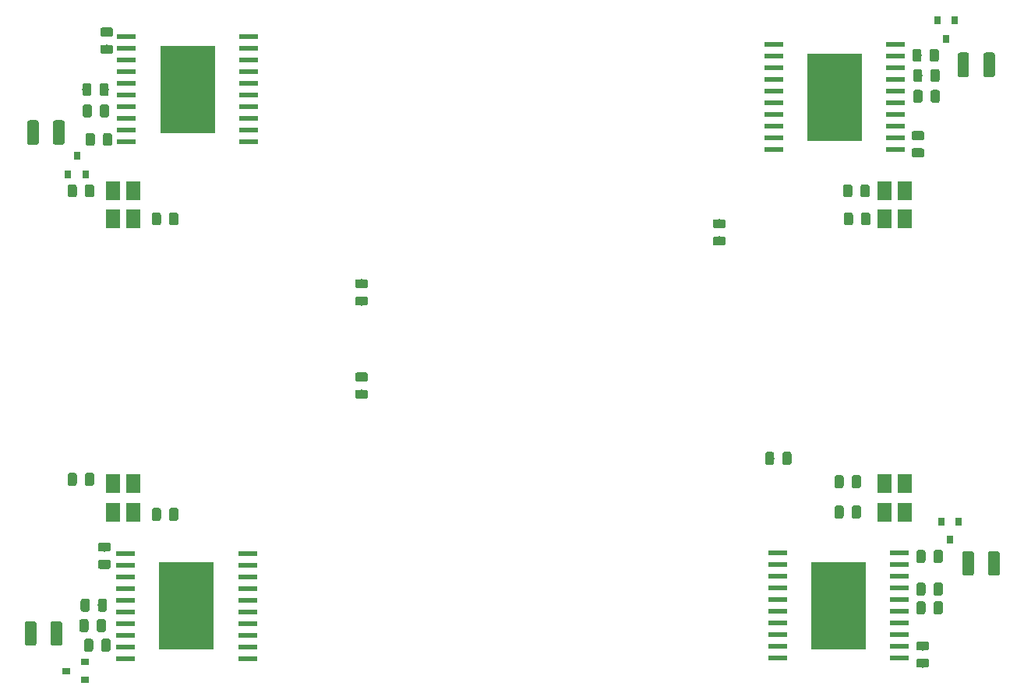
<source format=gbr>
G04 #@! TF.GenerationSoftware,KiCad,Pcbnew,(5.1.4-0)*
G04 #@! TF.CreationDate,2019-12-29T13:39:11-05:00*
G04 #@! TF.ProjectId,eye_driver,6579655f-6472-4697-9665-722e6b696361,rev?*
G04 #@! TF.SameCoordinates,Original*
G04 #@! TF.FileFunction,Paste,Top*
G04 #@! TF.FilePolarity,Positive*
%FSLAX46Y46*%
G04 Gerber Fmt 4.6, Leading zero omitted, Abs format (unit mm)*
G04 Created by KiCad (PCBNEW (5.1.4-0)) date 2019-12-29 13:39:11*
%MOMM*%
%LPD*%
G04 APERTURE LIST*
%ADD10C,0.100000*%
%ADD11R,1.600000X2.000000*%
%ADD12C,0.975000*%
%ADD13C,1.250000*%
%ADD14R,0.800000X0.900000*%
%ADD15R,0.900000X0.800000*%
%ADD16R,1.990000X0.630000*%
%ADD17R,6.000000X9.600000*%
G04 APERTURE END LIST*
D10*
G36*
X114058840Y-81422000D02*
G01*
X110258000Y-81422000D01*
X110258000Y-75420670D01*
X114058840Y-75420670D01*
X114058840Y-81422000D01*
G37*
G36*
X180541160Y-76258000D02*
G01*
X184342000Y-76258000D01*
X184342000Y-82259330D01*
X180541160Y-82259330D01*
X180541160Y-76258000D01*
G37*
G36*
X113968840Y-137606000D02*
G01*
X110168000Y-137606000D01*
X110168000Y-131604670D01*
X113968840Y-131604670D01*
X113968840Y-137606000D01*
G37*
G36*
X180979160Y-131556000D02*
G01*
X184780000Y-131556000D01*
X184780000Y-137557330D01*
X180979160Y-137557330D01*
X180979160Y-131556000D01*
G37*
D11*
X187876000Y-124422000D03*
X190076000Y-124422000D03*
X190076000Y-121322000D03*
X187876000Y-121322000D03*
X104056000Y-124422000D03*
X106256000Y-124422000D03*
X106256000Y-121322000D03*
X104056000Y-121322000D03*
X104056000Y-92546000D03*
X106256000Y-92546000D03*
X106256000Y-89446000D03*
X104056000Y-89446000D03*
X187876000Y-92546000D03*
X190076000Y-92546000D03*
X190076000Y-89446000D03*
X187876000Y-89446000D03*
D10*
G36*
X184242142Y-91821174D02*
G01*
X184265803Y-91824684D01*
X184289007Y-91830496D01*
X184311529Y-91838554D01*
X184333153Y-91848782D01*
X184353670Y-91861079D01*
X184372883Y-91875329D01*
X184390607Y-91891393D01*
X184406671Y-91909117D01*
X184420921Y-91928330D01*
X184433218Y-91948847D01*
X184443446Y-91970471D01*
X184451504Y-91992993D01*
X184457316Y-92016197D01*
X184460826Y-92039858D01*
X184462000Y-92063750D01*
X184462000Y-92976250D01*
X184460826Y-93000142D01*
X184457316Y-93023803D01*
X184451504Y-93047007D01*
X184443446Y-93069529D01*
X184433218Y-93091153D01*
X184420921Y-93111670D01*
X184406671Y-93130883D01*
X184390607Y-93148607D01*
X184372883Y-93164671D01*
X184353670Y-93178921D01*
X184333153Y-93191218D01*
X184311529Y-93201446D01*
X184289007Y-93209504D01*
X184265803Y-93215316D01*
X184242142Y-93218826D01*
X184218250Y-93220000D01*
X183730750Y-93220000D01*
X183706858Y-93218826D01*
X183683197Y-93215316D01*
X183659993Y-93209504D01*
X183637471Y-93201446D01*
X183615847Y-93191218D01*
X183595330Y-93178921D01*
X183576117Y-93164671D01*
X183558393Y-93148607D01*
X183542329Y-93130883D01*
X183528079Y-93111670D01*
X183515782Y-93091153D01*
X183505554Y-93069529D01*
X183497496Y-93047007D01*
X183491684Y-93023803D01*
X183488174Y-93000142D01*
X183487000Y-92976250D01*
X183487000Y-92063750D01*
X183488174Y-92039858D01*
X183491684Y-92016197D01*
X183497496Y-91992993D01*
X183505554Y-91970471D01*
X183515782Y-91948847D01*
X183528079Y-91928330D01*
X183542329Y-91909117D01*
X183558393Y-91891393D01*
X183576117Y-91875329D01*
X183595330Y-91861079D01*
X183615847Y-91848782D01*
X183637471Y-91838554D01*
X183659993Y-91830496D01*
X183683197Y-91824684D01*
X183706858Y-91821174D01*
X183730750Y-91820000D01*
X184218250Y-91820000D01*
X184242142Y-91821174D01*
X184242142Y-91821174D01*
G37*
D12*
X183974500Y-92520000D03*
D10*
G36*
X186117142Y-91821174D02*
G01*
X186140803Y-91824684D01*
X186164007Y-91830496D01*
X186186529Y-91838554D01*
X186208153Y-91848782D01*
X186228670Y-91861079D01*
X186247883Y-91875329D01*
X186265607Y-91891393D01*
X186281671Y-91909117D01*
X186295921Y-91928330D01*
X186308218Y-91948847D01*
X186318446Y-91970471D01*
X186326504Y-91992993D01*
X186332316Y-92016197D01*
X186335826Y-92039858D01*
X186337000Y-92063750D01*
X186337000Y-92976250D01*
X186335826Y-93000142D01*
X186332316Y-93023803D01*
X186326504Y-93047007D01*
X186318446Y-93069529D01*
X186308218Y-93091153D01*
X186295921Y-93111670D01*
X186281671Y-93130883D01*
X186265607Y-93148607D01*
X186247883Y-93164671D01*
X186228670Y-93178921D01*
X186208153Y-93191218D01*
X186186529Y-93201446D01*
X186164007Y-93209504D01*
X186140803Y-93215316D01*
X186117142Y-93218826D01*
X186093250Y-93220000D01*
X185605750Y-93220000D01*
X185581858Y-93218826D01*
X185558197Y-93215316D01*
X185534993Y-93209504D01*
X185512471Y-93201446D01*
X185490847Y-93191218D01*
X185470330Y-93178921D01*
X185451117Y-93164671D01*
X185433393Y-93148607D01*
X185417329Y-93130883D01*
X185403079Y-93111670D01*
X185390782Y-93091153D01*
X185380554Y-93069529D01*
X185372496Y-93047007D01*
X185366684Y-93023803D01*
X185363174Y-93000142D01*
X185362000Y-92976250D01*
X185362000Y-92063750D01*
X185363174Y-92039858D01*
X185366684Y-92016197D01*
X185372496Y-91992993D01*
X185380554Y-91970471D01*
X185390782Y-91948847D01*
X185403079Y-91928330D01*
X185417329Y-91909117D01*
X185433393Y-91891393D01*
X185451117Y-91875329D01*
X185470330Y-91861079D01*
X185490847Y-91848782D01*
X185512471Y-91838554D01*
X185534993Y-91830496D01*
X185558197Y-91824684D01*
X185581858Y-91821174D01*
X185605750Y-91820000D01*
X186093250Y-91820000D01*
X186117142Y-91821174D01*
X186117142Y-91821174D01*
G37*
D12*
X185849500Y-92520000D03*
D10*
G36*
X199651504Y-74432204D02*
G01*
X199675773Y-74435804D01*
X199699571Y-74441765D01*
X199722671Y-74450030D01*
X199744849Y-74460520D01*
X199765893Y-74473133D01*
X199785598Y-74487747D01*
X199803777Y-74504223D01*
X199820253Y-74522402D01*
X199834867Y-74542107D01*
X199847480Y-74563151D01*
X199857970Y-74585329D01*
X199866235Y-74608429D01*
X199872196Y-74632227D01*
X199875796Y-74656496D01*
X199877000Y-74681000D01*
X199877000Y-76831000D01*
X199875796Y-76855504D01*
X199872196Y-76879773D01*
X199866235Y-76903571D01*
X199857970Y-76926671D01*
X199847480Y-76948849D01*
X199834867Y-76969893D01*
X199820253Y-76989598D01*
X199803777Y-77007777D01*
X199785598Y-77024253D01*
X199765893Y-77038867D01*
X199744849Y-77051480D01*
X199722671Y-77061970D01*
X199699571Y-77070235D01*
X199675773Y-77076196D01*
X199651504Y-77079796D01*
X199627000Y-77081000D01*
X198877000Y-77081000D01*
X198852496Y-77079796D01*
X198828227Y-77076196D01*
X198804429Y-77070235D01*
X198781329Y-77061970D01*
X198759151Y-77051480D01*
X198738107Y-77038867D01*
X198718402Y-77024253D01*
X198700223Y-77007777D01*
X198683747Y-76989598D01*
X198669133Y-76969893D01*
X198656520Y-76948849D01*
X198646030Y-76926671D01*
X198637765Y-76903571D01*
X198631804Y-76879773D01*
X198628204Y-76855504D01*
X198627000Y-76831000D01*
X198627000Y-74681000D01*
X198628204Y-74656496D01*
X198631804Y-74632227D01*
X198637765Y-74608429D01*
X198646030Y-74585329D01*
X198656520Y-74563151D01*
X198669133Y-74542107D01*
X198683747Y-74522402D01*
X198700223Y-74504223D01*
X198718402Y-74487747D01*
X198738107Y-74473133D01*
X198759151Y-74460520D01*
X198781329Y-74450030D01*
X198804429Y-74441765D01*
X198828227Y-74435804D01*
X198852496Y-74432204D01*
X198877000Y-74431000D01*
X199627000Y-74431000D01*
X199651504Y-74432204D01*
X199651504Y-74432204D01*
G37*
D13*
X199252000Y-75756000D03*
D10*
G36*
X196851504Y-74432204D02*
G01*
X196875773Y-74435804D01*
X196899571Y-74441765D01*
X196922671Y-74450030D01*
X196944849Y-74460520D01*
X196965893Y-74473133D01*
X196985598Y-74487747D01*
X197003777Y-74504223D01*
X197020253Y-74522402D01*
X197034867Y-74542107D01*
X197047480Y-74563151D01*
X197057970Y-74585329D01*
X197066235Y-74608429D01*
X197072196Y-74632227D01*
X197075796Y-74656496D01*
X197077000Y-74681000D01*
X197077000Y-76831000D01*
X197075796Y-76855504D01*
X197072196Y-76879773D01*
X197066235Y-76903571D01*
X197057970Y-76926671D01*
X197047480Y-76948849D01*
X197034867Y-76969893D01*
X197020253Y-76989598D01*
X197003777Y-77007777D01*
X196985598Y-77024253D01*
X196965893Y-77038867D01*
X196944849Y-77051480D01*
X196922671Y-77061970D01*
X196899571Y-77070235D01*
X196875773Y-77076196D01*
X196851504Y-77079796D01*
X196827000Y-77081000D01*
X196077000Y-77081000D01*
X196052496Y-77079796D01*
X196028227Y-77076196D01*
X196004429Y-77070235D01*
X195981329Y-77061970D01*
X195959151Y-77051480D01*
X195938107Y-77038867D01*
X195918402Y-77024253D01*
X195900223Y-77007777D01*
X195883747Y-76989598D01*
X195869133Y-76969893D01*
X195856520Y-76948849D01*
X195846030Y-76926671D01*
X195837765Y-76903571D01*
X195831804Y-76879773D01*
X195828204Y-76855504D01*
X195827000Y-76831000D01*
X195827000Y-74681000D01*
X195828204Y-74656496D01*
X195831804Y-74632227D01*
X195837765Y-74608429D01*
X195846030Y-74585329D01*
X195856520Y-74563151D01*
X195869133Y-74542107D01*
X195883747Y-74522402D01*
X195900223Y-74504223D01*
X195918402Y-74487747D01*
X195938107Y-74473133D01*
X195959151Y-74460520D01*
X195981329Y-74450030D01*
X196004429Y-74441765D01*
X196028227Y-74435804D01*
X196052496Y-74432204D01*
X196077000Y-74431000D01*
X196827000Y-74431000D01*
X196851504Y-74432204D01*
X196851504Y-74432204D01*
G37*
D13*
X196452000Y-75756000D03*
D10*
G36*
X183226142Y-123697174D02*
G01*
X183249803Y-123700684D01*
X183273007Y-123706496D01*
X183295529Y-123714554D01*
X183317153Y-123724782D01*
X183337670Y-123737079D01*
X183356883Y-123751329D01*
X183374607Y-123767393D01*
X183390671Y-123785117D01*
X183404921Y-123804330D01*
X183417218Y-123824847D01*
X183427446Y-123846471D01*
X183435504Y-123868993D01*
X183441316Y-123892197D01*
X183444826Y-123915858D01*
X183446000Y-123939750D01*
X183446000Y-124852250D01*
X183444826Y-124876142D01*
X183441316Y-124899803D01*
X183435504Y-124923007D01*
X183427446Y-124945529D01*
X183417218Y-124967153D01*
X183404921Y-124987670D01*
X183390671Y-125006883D01*
X183374607Y-125024607D01*
X183356883Y-125040671D01*
X183337670Y-125054921D01*
X183317153Y-125067218D01*
X183295529Y-125077446D01*
X183273007Y-125085504D01*
X183249803Y-125091316D01*
X183226142Y-125094826D01*
X183202250Y-125096000D01*
X182714750Y-125096000D01*
X182690858Y-125094826D01*
X182667197Y-125091316D01*
X182643993Y-125085504D01*
X182621471Y-125077446D01*
X182599847Y-125067218D01*
X182579330Y-125054921D01*
X182560117Y-125040671D01*
X182542393Y-125024607D01*
X182526329Y-125006883D01*
X182512079Y-124987670D01*
X182499782Y-124967153D01*
X182489554Y-124945529D01*
X182481496Y-124923007D01*
X182475684Y-124899803D01*
X182472174Y-124876142D01*
X182471000Y-124852250D01*
X182471000Y-123939750D01*
X182472174Y-123915858D01*
X182475684Y-123892197D01*
X182481496Y-123868993D01*
X182489554Y-123846471D01*
X182499782Y-123824847D01*
X182512079Y-123804330D01*
X182526329Y-123785117D01*
X182542393Y-123767393D01*
X182560117Y-123751329D01*
X182579330Y-123737079D01*
X182599847Y-123724782D01*
X182621471Y-123714554D01*
X182643993Y-123706496D01*
X182667197Y-123700684D01*
X182690858Y-123697174D01*
X182714750Y-123696000D01*
X183202250Y-123696000D01*
X183226142Y-123697174D01*
X183226142Y-123697174D01*
G37*
D12*
X182958500Y-124396000D03*
D10*
G36*
X185101142Y-123697174D02*
G01*
X185124803Y-123700684D01*
X185148007Y-123706496D01*
X185170529Y-123714554D01*
X185192153Y-123724782D01*
X185212670Y-123737079D01*
X185231883Y-123751329D01*
X185249607Y-123767393D01*
X185265671Y-123785117D01*
X185279921Y-123804330D01*
X185292218Y-123824847D01*
X185302446Y-123846471D01*
X185310504Y-123868993D01*
X185316316Y-123892197D01*
X185319826Y-123915858D01*
X185321000Y-123939750D01*
X185321000Y-124852250D01*
X185319826Y-124876142D01*
X185316316Y-124899803D01*
X185310504Y-124923007D01*
X185302446Y-124945529D01*
X185292218Y-124967153D01*
X185279921Y-124987670D01*
X185265671Y-125006883D01*
X185249607Y-125024607D01*
X185231883Y-125040671D01*
X185212670Y-125054921D01*
X185192153Y-125067218D01*
X185170529Y-125077446D01*
X185148007Y-125085504D01*
X185124803Y-125091316D01*
X185101142Y-125094826D01*
X185077250Y-125096000D01*
X184589750Y-125096000D01*
X184565858Y-125094826D01*
X184542197Y-125091316D01*
X184518993Y-125085504D01*
X184496471Y-125077446D01*
X184474847Y-125067218D01*
X184454330Y-125054921D01*
X184435117Y-125040671D01*
X184417393Y-125024607D01*
X184401329Y-125006883D01*
X184387079Y-124987670D01*
X184374782Y-124967153D01*
X184364554Y-124945529D01*
X184356496Y-124923007D01*
X184350684Y-124899803D01*
X184347174Y-124876142D01*
X184346000Y-124852250D01*
X184346000Y-123939750D01*
X184347174Y-123915858D01*
X184350684Y-123892197D01*
X184356496Y-123868993D01*
X184364554Y-123846471D01*
X184374782Y-123824847D01*
X184387079Y-123804330D01*
X184401329Y-123785117D01*
X184417393Y-123767393D01*
X184435117Y-123751329D01*
X184454330Y-123737079D01*
X184474847Y-123724782D01*
X184496471Y-123714554D01*
X184518993Y-123706496D01*
X184542197Y-123700684D01*
X184565858Y-123697174D01*
X184589750Y-123696000D01*
X185077250Y-123696000D01*
X185101142Y-123697174D01*
X185101142Y-123697174D01*
G37*
D12*
X184833500Y-124396000D03*
D10*
G36*
X185101142Y-120395174D02*
G01*
X185124803Y-120398684D01*
X185148007Y-120404496D01*
X185170529Y-120412554D01*
X185192153Y-120422782D01*
X185212670Y-120435079D01*
X185231883Y-120449329D01*
X185249607Y-120465393D01*
X185265671Y-120483117D01*
X185279921Y-120502330D01*
X185292218Y-120522847D01*
X185302446Y-120544471D01*
X185310504Y-120566993D01*
X185316316Y-120590197D01*
X185319826Y-120613858D01*
X185321000Y-120637750D01*
X185321000Y-121550250D01*
X185319826Y-121574142D01*
X185316316Y-121597803D01*
X185310504Y-121621007D01*
X185302446Y-121643529D01*
X185292218Y-121665153D01*
X185279921Y-121685670D01*
X185265671Y-121704883D01*
X185249607Y-121722607D01*
X185231883Y-121738671D01*
X185212670Y-121752921D01*
X185192153Y-121765218D01*
X185170529Y-121775446D01*
X185148007Y-121783504D01*
X185124803Y-121789316D01*
X185101142Y-121792826D01*
X185077250Y-121794000D01*
X184589750Y-121794000D01*
X184565858Y-121792826D01*
X184542197Y-121789316D01*
X184518993Y-121783504D01*
X184496471Y-121775446D01*
X184474847Y-121765218D01*
X184454330Y-121752921D01*
X184435117Y-121738671D01*
X184417393Y-121722607D01*
X184401329Y-121704883D01*
X184387079Y-121685670D01*
X184374782Y-121665153D01*
X184364554Y-121643529D01*
X184356496Y-121621007D01*
X184350684Y-121597803D01*
X184347174Y-121574142D01*
X184346000Y-121550250D01*
X184346000Y-120637750D01*
X184347174Y-120613858D01*
X184350684Y-120590197D01*
X184356496Y-120566993D01*
X184364554Y-120544471D01*
X184374782Y-120522847D01*
X184387079Y-120502330D01*
X184401329Y-120483117D01*
X184417393Y-120465393D01*
X184435117Y-120449329D01*
X184454330Y-120435079D01*
X184474847Y-120422782D01*
X184496471Y-120412554D01*
X184518993Y-120404496D01*
X184542197Y-120398684D01*
X184565858Y-120395174D01*
X184589750Y-120394000D01*
X185077250Y-120394000D01*
X185101142Y-120395174D01*
X185101142Y-120395174D01*
G37*
D12*
X184833500Y-121094000D03*
D10*
G36*
X183226142Y-120395174D02*
G01*
X183249803Y-120398684D01*
X183273007Y-120404496D01*
X183295529Y-120412554D01*
X183317153Y-120422782D01*
X183337670Y-120435079D01*
X183356883Y-120449329D01*
X183374607Y-120465393D01*
X183390671Y-120483117D01*
X183404921Y-120502330D01*
X183417218Y-120522847D01*
X183427446Y-120544471D01*
X183435504Y-120566993D01*
X183441316Y-120590197D01*
X183444826Y-120613858D01*
X183446000Y-120637750D01*
X183446000Y-121550250D01*
X183444826Y-121574142D01*
X183441316Y-121597803D01*
X183435504Y-121621007D01*
X183427446Y-121643529D01*
X183417218Y-121665153D01*
X183404921Y-121685670D01*
X183390671Y-121704883D01*
X183374607Y-121722607D01*
X183356883Y-121738671D01*
X183337670Y-121752921D01*
X183317153Y-121765218D01*
X183295529Y-121775446D01*
X183273007Y-121783504D01*
X183249803Y-121789316D01*
X183226142Y-121792826D01*
X183202250Y-121794000D01*
X182714750Y-121794000D01*
X182690858Y-121792826D01*
X182667197Y-121789316D01*
X182643993Y-121783504D01*
X182621471Y-121775446D01*
X182599847Y-121765218D01*
X182579330Y-121752921D01*
X182560117Y-121738671D01*
X182542393Y-121722607D01*
X182526329Y-121704883D01*
X182512079Y-121685670D01*
X182499782Y-121665153D01*
X182489554Y-121643529D01*
X182481496Y-121621007D01*
X182475684Y-121597803D01*
X182472174Y-121574142D01*
X182471000Y-121550250D01*
X182471000Y-120637750D01*
X182472174Y-120613858D01*
X182475684Y-120590197D01*
X182481496Y-120566993D01*
X182489554Y-120544471D01*
X182499782Y-120522847D01*
X182512079Y-120502330D01*
X182526329Y-120483117D01*
X182542393Y-120465393D01*
X182560117Y-120449329D01*
X182579330Y-120435079D01*
X182599847Y-120422782D01*
X182621471Y-120412554D01*
X182643993Y-120404496D01*
X182667197Y-120398684D01*
X182690858Y-120395174D01*
X182714750Y-120394000D01*
X183202250Y-120394000D01*
X183226142Y-120395174D01*
X183226142Y-120395174D01*
G37*
D12*
X182958500Y-121094000D03*
D10*
G36*
X110933142Y-123951174D02*
G01*
X110956803Y-123954684D01*
X110980007Y-123960496D01*
X111002529Y-123968554D01*
X111024153Y-123978782D01*
X111044670Y-123991079D01*
X111063883Y-124005329D01*
X111081607Y-124021393D01*
X111097671Y-124039117D01*
X111111921Y-124058330D01*
X111124218Y-124078847D01*
X111134446Y-124100471D01*
X111142504Y-124122993D01*
X111148316Y-124146197D01*
X111151826Y-124169858D01*
X111153000Y-124193750D01*
X111153000Y-125106250D01*
X111151826Y-125130142D01*
X111148316Y-125153803D01*
X111142504Y-125177007D01*
X111134446Y-125199529D01*
X111124218Y-125221153D01*
X111111921Y-125241670D01*
X111097671Y-125260883D01*
X111081607Y-125278607D01*
X111063883Y-125294671D01*
X111044670Y-125308921D01*
X111024153Y-125321218D01*
X111002529Y-125331446D01*
X110980007Y-125339504D01*
X110956803Y-125345316D01*
X110933142Y-125348826D01*
X110909250Y-125350000D01*
X110421750Y-125350000D01*
X110397858Y-125348826D01*
X110374197Y-125345316D01*
X110350993Y-125339504D01*
X110328471Y-125331446D01*
X110306847Y-125321218D01*
X110286330Y-125308921D01*
X110267117Y-125294671D01*
X110249393Y-125278607D01*
X110233329Y-125260883D01*
X110219079Y-125241670D01*
X110206782Y-125221153D01*
X110196554Y-125199529D01*
X110188496Y-125177007D01*
X110182684Y-125153803D01*
X110179174Y-125130142D01*
X110178000Y-125106250D01*
X110178000Y-124193750D01*
X110179174Y-124169858D01*
X110182684Y-124146197D01*
X110188496Y-124122993D01*
X110196554Y-124100471D01*
X110206782Y-124078847D01*
X110219079Y-124058330D01*
X110233329Y-124039117D01*
X110249393Y-124021393D01*
X110267117Y-124005329D01*
X110286330Y-123991079D01*
X110306847Y-123978782D01*
X110328471Y-123968554D01*
X110350993Y-123960496D01*
X110374197Y-123954684D01*
X110397858Y-123951174D01*
X110421750Y-123950000D01*
X110909250Y-123950000D01*
X110933142Y-123951174D01*
X110933142Y-123951174D01*
G37*
D12*
X110665500Y-124650000D03*
D10*
G36*
X109058142Y-123951174D02*
G01*
X109081803Y-123954684D01*
X109105007Y-123960496D01*
X109127529Y-123968554D01*
X109149153Y-123978782D01*
X109169670Y-123991079D01*
X109188883Y-124005329D01*
X109206607Y-124021393D01*
X109222671Y-124039117D01*
X109236921Y-124058330D01*
X109249218Y-124078847D01*
X109259446Y-124100471D01*
X109267504Y-124122993D01*
X109273316Y-124146197D01*
X109276826Y-124169858D01*
X109278000Y-124193750D01*
X109278000Y-125106250D01*
X109276826Y-125130142D01*
X109273316Y-125153803D01*
X109267504Y-125177007D01*
X109259446Y-125199529D01*
X109249218Y-125221153D01*
X109236921Y-125241670D01*
X109222671Y-125260883D01*
X109206607Y-125278607D01*
X109188883Y-125294671D01*
X109169670Y-125308921D01*
X109149153Y-125321218D01*
X109127529Y-125331446D01*
X109105007Y-125339504D01*
X109081803Y-125345316D01*
X109058142Y-125348826D01*
X109034250Y-125350000D01*
X108546750Y-125350000D01*
X108522858Y-125348826D01*
X108499197Y-125345316D01*
X108475993Y-125339504D01*
X108453471Y-125331446D01*
X108431847Y-125321218D01*
X108411330Y-125308921D01*
X108392117Y-125294671D01*
X108374393Y-125278607D01*
X108358329Y-125260883D01*
X108344079Y-125241670D01*
X108331782Y-125221153D01*
X108321554Y-125199529D01*
X108313496Y-125177007D01*
X108307684Y-125153803D01*
X108304174Y-125130142D01*
X108303000Y-125106250D01*
X108303000Y-124193750D01*
X108304174Y-124169858D01*
X108307684Y-124146197D01*
X108313496Y-124122993D01*
X108321554Y-124100471D01*
X108331782Y-124078847D01*
X108344079Y-124058330D01*
X108358329Y-124039117D01*
X108374393Y-124021393D01*
X108392117Y-124005329D01*
X108411330Y-123991079D01*
X108431847Y-123978782D01*
X108453471Y-123968554D01*
X108475993Y-123960496D01*
X108499197Y-123954684D01*
X108522858Y-123951174D01*
X108546750Y-123950000D01*
X109034250Y-123950000D01*
X109058142Y-123951174D01*
X109058142Y-123951174D01*
G37*
D12*
X108790500Y-124650000D03*
D10*
G36*
X101789142Y-120141174D02*
G01*
X101812803Y-120144684D01*
X101836007Y-120150496D01*
X101858529Y-120158554D01*
X101880153Y-120168782D01*
X101900670Y-120181079D01*
X101919883Y-120195329D01*
X101937607Y-120211393D01*
X101953671Y-120229117D01*
X101967921Y-120248330D01*
X101980218Y-120268847D01*
X101990446Y-120290471D01*
X101998504Y-120312993D01*
X102004316Y-120336197D01*
X102007826Y-120359858D01*
X102009000Y-120383750D01*
X102009000Y-121296250D01*
X102007826Y-121320142D01*
X102004316Y-121343803D01*
X101998504Y-121367007D01*
X101990446Y-121389529D01*
X101980218Y-121411153D01*
X101967921Y-121431670D01*
X101953671Y-121450883D01*
X101937607Y-121468607D01*
X101919883Y-121484671D01*
X101900670Y-121498921D01*
X101880153Y-121511218D01*
X101858529Y-121521446D01*
X101836007Y-121529504D01*
X101812803Y-121535316D01*
X101789142Y-121538826D01*
X101765250Y-121540000D01*
X101277750Y-121540000D01*
X101253858Y-121538826D01*
X101230197Y-121535316D01*
X101206993Y-121529504D01*
X101184471Y-121521446D01*
X101162847Y-121511218D01*
X101142330Y-121498921D01*
X101123117Y-121484671D01*
X101105393Y-121468607D01*
X101089329Y-121450883D01*
X101075079Y-121431670D01*
X101062782Y-121411153D01*
X101052554Y-121389529D01*
X101044496Y-121367007D01*
X101038684Y-121343803D01*
X101035174Y-121320142D01*
X101034000Y-121296250D01*
X101034000Y-120383750D01*
X101035174Y-120359858D01*
X101038684Y-120336197D01*
X101044496Y-120312993D01*
X101052554Y-120290471D01*
X101062782Y-120268847D01*
X101075079Y-120248330D01*
X101089329Y-120229117D01*
X101105393Y-120211393D01*
X101123117Y-120195329D01*
X101142330Y-120181079D01*
X101162847Y-120168782D01*
X101184471Y-120158554D01*
X101206993Y-120150496D01*
X101230197Y-120144684D01*
X101253858Y-120141174D01*
X101277750Y-120140000D01*
X101765250Y-120140000D01*
X101789142Y-120141174D01*
X101789142Y-120141174D01*
G37*
D12*
X101521500Y-120840000D03*
D10*
G36*
X99914142Y-120141174D02*
G01*
X99937803Y-120144684D01*
X99961007Y-120150496D01*
X99983529Y-120158554D01*
X100005153Y-120168782D01*
X100025670Y-120181079D01*
X100044883Y-120195329D01*
X100062607Y-120211393D01*
X100078671Y-120229117D01*
X100092921Y-120248330D01*
X100105218Y-120268847D01*
X100115446Y-120290471D01*
X100123504Y-120312993D01*
X100129316Y-120336197D01*
X100132826Y-120359858D01*
X100134000Y-120383750D01*
X100134000Y-121296250D01*
X100132826Y-121320142D01*
X100129316Y-121343803D01*
X100123504Y-121367007D01*
X100115446Y-121389529D01*
X100105218Y-121411153D01*
X100092921Y-121431670D01*
X100078671Y-121450883D01*
X100062607Y-121468607D01*
X100044883Y-121484671D01*
X100025670Y-121498921D01*
X100005153Y-121511218D01*
X99983529Y-121521446D01*
X99961007Y-121529504D01*
X99937803Y-121535316D01*
X99914142Y-121538826D01*
X99890250Y-121540000D01*
X99402750Y-121540000D01*
X99378858Y-121538826D01*
X99355197Y-121535316D01*
X99331993Y-121529504D01*
X99309471Y-121521446D01*
X99287847Y-121511218D01*
X99267330Y-121498921D01*
X99248117Y-121484671D01*
X99230393Y-121468607D01*
X99214329Y-121450883D01*
X99200079Y-121431670D01*
X99187782Y-121411153D01*
X99177554Y-121389529D01*
X99169496Y-121367007D01*
X99163684Y-121343803D01*
X99160174Y-121320142D01*
X99159000Y-121296250D01*
X99159000Y-120383750D01*
X99160174Y-120359858D01*
X99163684Y-120336197D01*
X99169496Y-120312993D01*
X99177554Y-120290471D01*
X99187782Y-120268847D01*
X99200079Y-120248330D01*
X99214329Y-120229117D01*
X99230393Y-120211393D01*
X99248117Y-120195329D01*
X99267330Y-120181079D01*
X99287847Y-120168782D01*
X99309471Y-120158554D01*
X99331993Y-120150496D01*
X99355197Y-120144684D01*
X99378858Y-120141174D01*
X99402750Y-120140000D01*
X99890250Y-120140000D01*
X99914142Y-120141174D01*
X99914142Y-120141174D01*
G37*
D12*
X99646500Y-120840000D03*
D10*
G36*
X186038642Y-88773174D02*
G01*
X186062303Y-88776684D01*
X186085507Y-88782496D01*
X186108029Y-88790554D01*
X186129653Y-88800782D01*
X186150170Y-88813079D01*
X186169383Y-88827329D01*
X186187107Y-88843393D01*
X186203171Y-88861117D01*
X186217421Y-88880330D01*
X186229718Y-88900847D01*
X186239946Y-88922471D01*
X186248004Y-88944993D01*
X186253816Y-88968197D01*
X186257326Y-88991858D01*
X186258500Y-89015750D01*
X186258500Y-89928250D01*
X186257326Y-89952142D01*
X186253816Y-89975803D01*
X186248004Y-89999007D01*
X186239946Y-90021529D01*
X186229718Y-90043153D01*
X186217421Y-90063670D01*
X186203171Y-90082883D01*
X186187107Y-90100607D01*
X186169383Y-90116671D01*
X186150170Y-90130921D01*
X186129653Y-90143218D01*
X186108029Y-90153446D01*
X186085507Y-90161504D01*
X186062303Y-90167316D01*
X186038642Y-90170826D01*
X186014750Y-90172000D01*
X185527250Y-90172000D01*
X185503358Y-90170826D01*
X185479697Y-90167316D01*
X185456493Y-90161504D01*
X185433971Y-90153446D01*
X185412347Y-90143218D01*
X185391830Y-90130921D01*
X185372617Y-90116671D01*
X185354893Y-90100607D01*
X185338829Y-90082883D01*
X185324579Y-90063670D01*
X185312282Y-90043153D01*
X185302054Y-90021529D01*
X185293996Y-89999007D01*
X185288184Y-89975803D01*
X185284674Y-89952142D01*
X185283500Y-89928250D01*
X185283500Y-89015750D01*
X185284674Y-88991858D01*
X185288184Y-88968197D01*
X185293996Y-88944993D01*
X185302054Y-88922471D01*
X185312282Y-88900847D01*
X185324579Y-88880330D01*
X185338829Y-88861117D01*
X185354893Y-88843393D01*
X185372617Y-88827329D01*
X185391830Y-88813079D01*
X185412347Y-88800782D01*
X185433971Y-88790554D01*
X185456493Y-88782496D01*
X185479697Y-88776684D01*
X185503358Y-88773174D01*
X185527250Y-88772000D01*
X186014750Y-88772000D01*
X186038642Y-88773174D01*
X186038642Y-88773174D01*
G37*
D12*
X185771000Y-89472000D03*
D10*
G36*
X184163642Y-88773174D02*
G01*
X184187303Y-88776684D01*
X184210507Y-88782496D01*
X184233029Y-88790554D01*
X184254653Y-88800782D01*
X184275170Y-88813079D01*
X184294383Y-88827329D01*
X184312107Y-88843393D01*
X184328171Y-88861117D01*
X184342421Y-88880330D01*
X184354718Y-88900847D01*
X184364946Y-88922471D01*
X184373004Y-88944993D01*
X184378816Y-88968197D01*
X184382326Y-88991858D01*
X184383500Y-89015750D01*
X184383500Y-89928250D01*
X184382326Y-89952142D01*
X184378816Y-89975803D01*
X184373004Y-89999007D01*
X184364946Y-90021529D01*
X184354718Y-90043153D01*
X184342421Y-90063670D01*
X184328171Y-90082883D01*
X184312107Y-90100607D01*
X184294383Y-90116671D01*
X184275170Y-90130921D01*
X184254653Y-90143218D01*
X184233029Y-90153446D01*
X184210507Y-90161504D01*
X184187303Y-90167316D01*
X184163642Y-90170826D01*
X184139750Y-90172000D01*
X183652250Y-90172000D01*
X183628358Y-90170826D01*
X183604697Y-90167316D01*
X183581493Y-90161504D01*
X183558971Y-90153446D01*
X183537347Y-90143218D01*
X183516830Y-90130921D01*
X183497617Y-90116671D01*
X183479893Y-90100607D01*
X183463829Y-90082883D01*
X183449579Y-90063670D01*
X183437282Y-90043153D01*
X183427054Y-90021529D01*
X183418996Y-89999007D01*
X183413184Y-89975803D01*
X183409674Y-89952142D01*
X183408500Y-89928250D01*
X183408500Y-89015750D01*
X183409674Y-88991858D01*
X183413184Y-88968197D01*
X183418996Y-88944993D01*
X183427054Y-88922471D01*
X183437282Y-88900847D01*
X183449579Y-88880330D01*
X183463829Y-88861117D01*
X183479893Y-88843393D01*
X183497617Y-88827329D01*
X183516830Y-88813079D01*
X183537347Y-88800782D01*
X183558971Y-88790554D01*
X183581493Y-88782496D01*
X183604697Y-88776684D01*
X183628358Y-88773174D01*
X183652250Y-88772000D01*
X184139750Y-88772000D01*
X184163642Y-88773174D01*
X184163642Y-88773174D01*
G37*
D12*
X183896000Y-89472000D03*
D10*
G36*
X110933142Y-91821174D02*
G01*
X110956803Y-91824684D01*
X110980007Y-91830496D01*
X111002529Y-91838554D01*
X111024153Y-91848782D01*
X111044670Y-91861079D01*
X111063883Y-91875329D01*
X111081607Y-91891393D01*
X111097671Y-91909117D01*
X111111921Y-91928330D01*
X111124218Y-91948847D01*
X111134446Y-91970471D01*
X111142504Y-91992993D01*
X111148316Y-92016197D01*
X111151826Y-92039858D01*
X111153000Y-92063750D01*
X111153000Y-92976250D01*
X111151826Y-93000142D01*
X111148316Y-93023803D01*
X111142504Y-93047007D01*
X111134446Y-93069529D01*
X111124218Y-93091153D01*
X111111921Y-93111670D01*
X111097671Y-93130883D01*
X111081607Y-93148607D01*
X111063883Y-93164671D01*
X111044670Y-93178921D01*
X111024153Y-93191218D01*
X111002529Y-93201446D01*
X110980007Y-93209504D01*
X110956803Y-93215316D01*
X110933142Y-93218826D01*
X110909250Y-93220000D01*
X110421750Y-93220000D01*
X110397858Y-93218826D01*
X110374197Y-93215316D01*
X110350993Y-93209504D01*
X110328471Y-93201446D01*
X110306847Y-93191218D01*
X110286330Y-93178921D01*
X110267117Y-93164671D01*
X110249393Y-93148607D01*
X110233329Y-93130883D01*
X110219079Y-93111670D01*
X110206782Y-93091153D01*
X110196554Y-93069529D01*
X110188496Y-93047007D01*
X110182684Y-93023803D01*
X110179174Y-93000142D01*
X110178000Y-92976250D01*
X110178000Y-92063750D01*
X110179174Y-92039858D01*
X110182684Y-92016197D01*
X110188496Y-91992993D01*
X110196554Y-91970471D01*
X110206782Y-91948847D01*
X110219079Y-91928330D01*
X110233329Y-91909117D01*
X110249393Y-91891393D01*
X110267117Y-91875329D01*
X110286330Y-91861079D01*
X110306847Y-91848782D01*
X110328471Y-91838554D01*
X110350993Y-91830496D01*
X110374197Y-91824684D01*
X110397858Y-91821174D01*
X110421750Y-91820000D01*
X110909250Y-91820000D01*
X110933142Y-91821174D01*
X110933142Y-91821174D01*
G37*
D12*
X110665500Y-92520000D03*
D10*
G36*
X109058142Y-91821174D02*
G01*
X109081803Y-91824684D01*
X109105007Y-91830496D01*
X109127529Y-91838554D01*
X109149153Y-91848782D01*
X109169670Y-91861079D01*
X109188883Y-91875329D01*
X109206607Y-91891393D01*
X109222671Y-91909117D01*
X109236921Y-91928330D01*
X109249218Y-91948847D01*
X109259446Y-91970471D01*
X109267504Y-91992993D01*
X109273316Y-92016197D01*
X109276826Y-92039858D01*
X109278000Y-92063750D01*
X109278000Y-92976250D01*
X109276826Y-93000142D01*
X109273316Y-93023803D01*
X109267504Y-93047007D01*
X109259446Y-93069529D01*
X109249218Y-93091153D01*
X109236921Y-93111670D01*
X109222671Y-93130883D01*
X109206607Y-93148607D01*
X109188883Y-93164671D01*
X109169670Y-93178921D01*
X109149153Y-93191218D01*
X109127529Y-93201446D01*
X109105007Y-93209504D01*
X109081803Y-93215316D01*
X109058142Y-93218826D01*
X109034250Y-93220000D01*
X108546750Y-93220000D01*
X108522858Y-93218826D01*
X108499197Y-93215316D01*
X108475993Y-93209504D01*
X108453471Y-93201446D01*
X108431847Y-93191218D01*
X108411330Y-93178921D01*
X108392117Y-93164671D01*
X108374393Y-93148607D01*
X108358329Y-93130883D01*
X108344079Y-93111670D01*
X108331782Y-93091153D01*
X108321554Y-93069529D01*
X108313496Y-93047007D01*
X108307684Y-93023803D01*
X108304174Y-93000142D01*
X108303000Y-92976250D01*
X108303000Y-92063750D01*
X108304174Y-92039858D01*
X108307684Y-92016197D01*
X108313496Y-91992993D01*
X108321554Y-91970471D01*
X108331782Y-91948847D01*
X108344079Y-91928330D01*
X108358329Y-91909117D01*
X108374393Y-91891393D01*
X108392117Y-91875329D01*
X108411330Y-91861079D01*
X108431847Y-91848782D01*
X108453471Y-91838554D01*
X108475993Y-91830496D01*
X108499197Y-91824684D01*
X108522858Y-91821174D01*
X108546750Y-91820000D01*
X109034250Y-91820000D01*
X109058142Y-91821174D01*
X109058142Y-91821174D01*
G37*
D12*
X108790500Y-92520000D03*
D10*
G36*
X101789142Y-88773174D02*
G01*
X101812803Y-88776684D01*
X101836007Y-88782496D01*
X101858529Y-88790554D01*
X101880153Y-88800782D01*
X101900670Y-88813079D01*
X101919883Y-88827329D01*
X101937607Y-88843393D01*
X101953671Y-88861117D01*
X101967921Y-88880330D01*
X101980218Y-88900847D01*
X101990446Y-88922471D01*
X101998504Y-88944993D01*
X102004316Y-88968197D01*
X102007826Y-88991858D01*
X102009000Y-89015750D01*
X102009000Y-89928250D01*
X102007826Y-89952142D01*
X102004316Y-89975803D01*
X101998504Y-89999007D01*
X101990446Y-90021529D01*
X101980218Y-90043153D01*
X101967921Y-90063670D01*
X101953671Y-90082883D01*
X101937607Y-90100607D01*
X101919883Y-90116671D01*
X101900670Y-90130921D01*
X101880153Y-90143218D01*
X101858529Y-90153446D01*
X101836007Y-90161504D01*
X101812803Y-90167316D01*
X101789142Y-90170826D01*
X101765250Y-90172000D01*
X101277750Y-90172000D01*
X101253858Y-90170826D01*
X101230197Y-90167316D01*
X101206993Y-90161504D01*
X101184471Y-90153446D01*
X101162847Y-90143218D01*
X101142330Y-90130921D01*
X101123117Y-90116671D01*
X101105393Y-90100607D01*
X101089329Y-90082883D01*
X101075079Y-90063670D01*
X101062782Y-90043153D01*
X101052554Y-90021529D01*
X101044496Y-89999007D01*
X101038684Y-89975803D01*
X101035174Y-89952142D01*
X101034000Y-89928250D01*
X101034000Y-89015750D01*
X101035174Y-88991858D01*
X101038684Y-88968197D01*
X101044496Y-88944993D01*
X101052554Y-88922471D01*
X101062782Y-88900847D01*
X101075079Y-88880330D01*
X101089329Y-88861117D01*
X101105393Y-88843393D01*
X101123117Y-88827329D01*
X101142330Y-88813079D01*
X101162847Y-88800782D01*
X101184471Y-88790554D01*
X101206993Y-88782496D01*
X101230197Y-88776684D01*
X101253858Y-88773174D01*
X101277750Y-88772000D01*
X101765250Y-88772000D01*
X101789142Y-88773174D01*
X101789142Y-88773174D01*
G37*
D12*
X101521500Y-89472000D03*
D10*
G36*
X99914142Y-88773174D02*
G01*
X99937803Y-88776684D01*
X99961007Y-88782496D01*
X99983529Y-88790554D01*
X100005153Y-88800782D01*
X100025670Y-88813079D01*
X100044883Y-88827329D01*
X100062607Y-88843393D01*
X100078671Y-88861117D01*
X100092921Y-88880330D01*
X100105218Y-88900847D01*
X100115446Y-88922471D01*
X100123504Y-88944993D01*
X100129316Y-88968197D01*
X100132826Y-88991858D01*
X100134000Y-89015750D01*
X100134000Y-89928250D01*
X100132826Y-89952142D01*
X100129316Y-89975803D01*
X100123504Y-89999007D01*
X100115446Y-90021529D01*
X100105218Y-90043153D01*
X100092921Y-90063670D01*
X100078671Y-90082883D01*
X100062607Y-90100607D01*
X100044883Y-90116671D01*
X100025670Y-90130921D01*
X100005153Y-90143218D01*
X99983529Y-90153446D01*
X99961007Y-90161504D01*
X99937803Y-90167316D01*
X99914142Y-90170826D01*
X99890250Y-90172000D01*
X99402750Y-90172000D01*
X99378858Y-90170826D01*
X99355197Y-90167316D01*
X99331993Y-90161504D01*
X99309471Y-90153446D01*
X99287847Y-90143218D01*
X99267330Y-90130921D01*
X99248117Y-90116671D01*
X99230393Y-90100607D01*
X99214329Y-90082883D01*
X99200079Y-90063670D01*
X99187782Y-90043153D01*
X99177554Y-90021529D01*
X99169496Y-89999007D01*
X99163684Y-89975803D01*
X99160174Y-89952142D01*
X99159000Y-89928250D01*
X99159000Y-89015750D01*
X99160174Y-88991858D01*
X99163684Y-88968197D01*
X99169496Y-88944993D01*
X99177554Y-88922471D01*
X99187782Y-88900847D01*
X99200079Y-88880330D01*
X99214329Y-88861117D01*
X99230393Y-88843393D01*
X99248117Y-88827329D01*
X99267330Y-88813079D01*
X99287847Y-88800782D01*
X99309471Y-88790554D01*
X99331993Y-88782496D01*
X99355197Y-88776684D01*
X99378858Y-88773174D01*
X99402750Y-88772000D01*
X99890250Y-88772000D01*
X99914142Y-88773174D01*
X99914142Y-88773174D01*
G37*
D12*
X99646500Y-89472000D03*
D10*
G36*
X131544142Y-111099674D02*
G01*
X131567803Y-111103184D01*
X131591007Y-111108996D01*
X131613529Y-111117054D01*
X131635153Y-111127282D01*
X131655670Y-111139579D01*
X131674883Y-111153829D01*
X131692607Y-111169893D01*
X131708671Y-111187617D01*
X131722921Y-111206830D01*
X131735218Y-111227347D01*
X131745446Y-111248971D01*
X131753504Y-111271493D01*
X131759316Y-111294697D01*
X131762826Y-111318358D01*
X131764000Y-111342250D01*
X131764000Y-111829750D01*
X131762826Y-111853642D01*
X131759316Y-111877303D01*
X131753504Y-111900507D01*
X131745446Y-111923029D01*
X131735218Y-111944653D01*
X131722921Y-111965170D01*
X131708671Y-111984383D01*
X131692607Y-112002107D01*
X131674883Y-112018171D01*
X131655670Y-112032421D01*
X131635153Y-112044718D01*
X131613529Y-112054946D01*
X131591007Y-112063004D01*
X131567803Y-112068816D01*
X131544142Y-112072326D01*
X131520250Y-112073500D01*
X130607750Y-112073500D01*
X130583858Y-112072326D01*
X130560197Y-112068816D01*
X130536993Y-112063004D01*
X130514471Y-112054946D01*
X130492847Y-112044718D01*
X130472330Y-112032421D01*
X130453117Y-112018171D01*
X130435393Y-112002107D01*
X130419329Y-111984383D01*
X130405079Y-111965170D01*
X130392782Y-111944653D01*
X130382554Y-111923029D01*
X130374496Y-111900507D01*
X130368684Y-111877303D01*
X130365174Y-111853642D01*
X130364000Y-111829750D01*
X130364000Y-111342250D01*
X130365174Y-111318358D01*
X130368684Y-111294697D01*
X130374496Y-111271493D01*
X130382554Y-111248971D01*
X130392782Y-111227347D01*
X130405079Y-111206830D01*
X130419329Y-111187617D01*
X130435393Y-111169893D01*
X130453117Y-111153829D01*
X130472330Y-111139579D01*
X130492847Y-111127282D01*
X130514471Y-111117054D01*
X130536993Y-111108996D01*
X130560197Y-111103184D01*
X130583858Y-111099674D01*
X130607750Y-111098500D01*
X131520250Y-111098500D01*
X131544142Y-111099674D01*
X131544142Y-111099674D01*
G37*
D12*
X131064000Y-111586000D03*
D10*
G36*
X131544142Y-109224674D02*
G01*
X131567803Y-109228184D01*
X131591007Y-109233996D01*
X131613529Y-109242054D01*
X131635153Y-109252282D01*
X131655670Y-109264579D01*
X131674883Y-109278829D01*
X131692607Y-109294893D01*
X131708671Y-109312617D01*
X131722921Y-109331830D01*
X131735218Y-109352347D01*
X131745446Y-109373971D01*
X131753504Y-109396493D01*
X131759316Y-109419697D01*
X131762826Y-109443358D01*
X131764000Y-109467250D01*
X131764000Y-109954750D01*
X131762826Y-109978642D01*
X131759316Y-110002303D01*
X131753504Y-110025507D01*
X131745446Y-110048029D01*
X131735218Y-110069653D01*
X131722921Y-110090170D01*
X131708671Y-110109383D01*
X131692607Y-110127107D01*
X131674883Y-110143171D01*
X131655670Y-110157421D01*
X131635153Y-110169718D01*
X131613529Y-110179946D01*
X131591007Y-110188004D01*
X131567803Y-110193816D01*
X131544142Y-110197326D01*
X131520250Y-110198500D01*
X130607750Y-110198500D01*
X130583858Y-110197326D01*
X130560197Y-110193816D01*
X130536993Y-110188004D01*
X130514471Y-110179946D01*
X130492847Y-110169718D01*
X130472330Y-110157421D01*
X130453117Y-110143171D01*
X130435393Y-110127107D01*
X130419329Y-110109383D01*
X130405079Y-110090170D01*
X130392782Y-110069653D01*
X130382554Y-110048029D01*
X130374496Y-110025507D01*
X130368684Y-110002303D01*
X130365174Y-109978642D01*
X130364000Y-109954750D01*
X130364000Y-109467250D01*
X130365174Y-109443358D01*
X130368684Y-109419697D01*
X130374496Y-109396493D01*
X130382554Y-109373971D01*
X130392782Y-109352347D01*
X130405079Y-109331830D01*
X130419329Y-109312617D01*
X130435393Y-109294893D01*
X130453117Y-109278829D01*
X130472330Y-109264579D01*
X130492847Y-109252282D01*
X130514471Y-109242054D01*
X130536993Y-109233996D01*
X130560197Y-109228184D01*
X130583858Y-109224674D01*
X130607750Y-109223500D01*
X131520250Y-109223500D01*
X131544142Y-109224674D01*
X131544142Y-109224674D01*
G37*
D12*
X131064000Y-109711000D03*
D10*
G36*
X177559642Y-117855174D02*
G01*
X177583303Y-117858684D01*
X177606507Y-117864496D01*
X177629029Y-117872554D01*
X177650653Y-117882782D01*
X177671170Y-117895079D01*
X177690383Y-117909329D01*
X177708107Y-117925393D01*
X177724171Y-117943117D01*
X177738421Y-117962330D01*
X177750718Y-117982847D01*
X177760946Y-118004471D01*
X177769004Y-118026993D01*
X177774816Y-118050197D01*
X177778326Y-118073858D01*
X177779500Y-118097750D01*
X177779500Y-119010250D01*
X177778326Y-119034142D01*
X177774816Y-119057803D01*
X177769004Y-119081007D01*
X177760946Y-119103529D01*
X177750718Y-119125153D01*
X177738421Y-119145670D01*
X177724171Y-119164883D01*
X177708107Y-119182607D01*
X177690383Y-119198671D01*
X177671170Y-119212921D01*
X177650653Y-119225218D01*
X177629029Y-119235446D01*
X177606507Y-119243504D01*
X177583303Y-119249316D01*
X177559642Y-119252826D01*
X177535750Y-119254000D01*
X177048250Y-119254000D01*
X177024358Y-119252826D01*
X177000697Y-119249316D01*
X176977493Y-119243504D01*
X176954971Y-119235446D01*
X176933347Y-119225218D01*
X176912830Y-119212921D01*
X176893617Y-119198671D01*
X176875893Y-119182607D01*
X176859829Y-119164883D01*
X176845579Y-119145670D01*
X176833282Y-119125153D01*
X176823054Y-119103529D01*
X176814996Y-119081007D01*
X176809184Y-119057803D01*
X176805674Y-119034142D01*
X176804500Y-119010250D01*
X176804500Y-118097750D01*
X176805674Y-118073858D01*
X176809184Y-118050197D01*
X176814996Y-118026993D01*
X176823054Y-118004471D01*
X176833282Y-117982847D01*
X176845579Y-117962330D01*
X176859829Y-117943117D01*
X176875893Y-117925393D01*
X176893617Y-117909329D01*
X176912830Y-117895079D01*
X176933347Y-117882782D01*
X176954971Y-117872554D01*
X176977493Y-117864496D01*
X177000697Y-117858684D01*
X177024358Y-117855174D01*
X177048250Y-117854000D01*
X177535750Y-117854000D01*
X177559642Y-117855174D01*
X177559642Y-117855174D01*
G37*
D12*
X177292000Y-118554000D03*
D10*
G36*
X175684642Y-117855174D02*
G01*
X175708303Y-117858684D01*
X175731507Y-117864496D01*
X175754029Y-117872554D01*
X175775653Y-117882782D01*
X175796170Y-117895079D01*
X175815383Y-117909329D01*
X175833107Y-117925393D01*
X175849171Y-117943117D01*
X175863421Y-117962330D01*
X175875718Y-117982847D01*
X175885946Y-118004471D01*
X175894004Y-118026993D01*
X175899816Y-118050197D01*
X175903326Y-118073858D01*
X175904500Y-118097750D01*
X175904500Y-119010250D01*
X175903326Y-119034142D01*
X175899816Y-119057803D01*
X175894004Y-119081007D01*
X175885946Y-119103529D01*
X175875718Y-119125153D01*
X175863421Y-119145670D01*
X175849171Y-119164883D01*
X175833107Y-119182607D01*
X175815383Y-119198671D01*
X175796170Y-119212921D01*
X175775653Y-119225218D01*
X175754029Y-119235446D01*
X175731507Y-119243504D01*
X175708303Y-119249316D01*
X175684642Y-119252826D01*
X175660750Y-119254000D01*
X175173250Y-119254000D01*
X175149358Y-119252826D01*
X175125697Y-119249316D01*
X175102493Y-119243504D01*
X175079971Y-119235446D01*
X175058347Y-119225218D01*
X175037830Y-119212921D01*
X175018617Y-119198671D01*
X175000893Y-119182607D01*
X174984829Y-119164883D01*
X174970579Y-119145670D01*
X174958282Y-119125153D01*
X174948054Y-119103529D01*
X174939996Y-119081007D01*
X174934184Y-119057803D01*
X174930674Y-119034142D01*
X174929500Y-119010250D01*
X174929500Y-118097750D01*
X174930674Y-118073858D01*
X174934184Y-118050197D01*
X174939996Y-118026993D01*
X174948054Y-118004471D01*
X174958282Y-117982847D01*
X174970579Y-117962330D01*
X174984829Y-117943117D01*
X175000893Y-117925393D01*
X175018617Y-117909329D01*
X175037830Y-117895079D01*
X175058347Y-117882782D01*
X175079971Y-117872554D01*
X175102493Y-117864496D01*
X175125697Y-117858684D01*
X175149358Y-117855174D01*
X175173250Y-117854000D01*
X175660750Y-117854000D01*
X175684642Y-117855174D01*
X175684642Y-117855174D01*
G37*
D12*
X175417000Y-118554000D03*
D10*
G36*
X170406142Y-92556174D02*
G01*
X170429803Y-92559684D01*
X170453007Y-92565496D01*
X170475529Y-92573554D01*
X170497153Y-92583782D01*
X170517670Y-92596079D01*
X170536883Y-92610329D01*
X170554607Y-92626393D01*
X170570671Y-92644117D01*
X170584921Y-92663330D01*
X170597218Y-92683847D01*
X170607446Y-92705471D01*
X170615504Y-92727993D01*
X170621316Y-92751197D01*
X170624826Y-92774858D01*
X170626000Y-92798750D01*
X170626000Y-93286250D01*
X170624826Y-93310142D01*
X170621316Y-93333803D01*
X170615504Y-93357007D01*
X170607446Y-93379529D01*
X170597218Y-93401153D01*
X170584921Y-93421670D01*
X170570671Y-93440883D01*
X170554607Y-93458607D01*
X170536883Y-93474671D01*
X170517670Y-93488921D01*
X170497153Y-93501218D01*
X170475529Y-93511446D01*
X170453007Y-93519504D01*
X170429803Y-93525316D01*
X170406142Y-93528826D01*
X170382250Y-93530000D01*
X169469750Y-93530000D01*
X169445858Y-93528826D01*
X169422197Y-93525316D01*
X169398993Y-93519504D01*
X169376471Y-93511446D01*
X169354847Y-93501218D01*
X169334330Y-93488921D01*
X169315117Y-93474671D01*
X169297393Y-93458607D01*
X169281329Y-93440883D01*
X169267079Y-93421670D01*
X169254782Y-93401153D01*
X169244554Y-93379529D01*
X169236496Y-93357007D01*
X169230684Y-93333803D01*
X169227174Y-93310142D01*
X169226000Y-93286250D01*
X169226000Y-92798750D01*
X169227174Y-92774858D01*
X169230684Y-92751197D01*
X169236496Y-92727993D01*
X169244554Y-92705471D01*
X169254782Y-92683847D01*
X169267079Y-92663330D01*
X169281329Y-92644117D01*
X169297393Y-92626393D01*
X169315117Y-92610329D01*
X169334330Y-92596079D01*
X169354847Y-92583782D01*
X169376471Y-92573554D01*
X169398993Y-92565496D01*
X169422197Y-92559684D01*
X169445858Y-92556174D01*
X169469750Y-92555000D01*
X170382250Y-92555000D01*
X170406142Y-92556174D01*
X170406142Y-92556174D01*
G37*
D12*
X169926000Y-93042500D03*
D10*
G36*
X170406142Y-94431174D02*
G01*
X170429803Y-94434684D01*
X170453007Y-94440496D01*
X170475529Y-94448554D01*
X170497153Y-94458782D01*
X170517670Y-94471079D01*
X170536883Y-94485329D01*
X170554607Y-94501393D01*
X170570671Y-94519117D01*
X170584921Y-94538330D01*
X170597218Y-94558847D01*
X170607446Y-94580471D01*
X170615504Y-94602993D01*
X170621316Y-94626197D01*
X170624826Y-94649858D01*
X170626000Y-94673750D01*
X170626000Y-95161250D01*
X170624826Y-95185142D01*
X170621316Y-95208803D01*
X170615504Y-95232007D01*
X170607446Y-95254529D01*
X170597218Y-95276153D01*
X170584921Y-95296670D01*
X170570671Y-95315883D01*
X170554607Y-95333607D01*
X170536883Y-95349671D01*
X170517670Y-95363921D01*
X170497153Y-95376218D01*
X170475529Y-95386446D01*
X170453007Y-95394504D01*
X170429803Y-95400316D01*
X170406142Y-95403826D01*
X170382250Y-95405000D01*
X169469750Y-95405000D01*
X169445858Y-95403826D01*
X169422197Y-95400316D01*
X169398993Y-95394504D01*
X169376471Y-95386446D01*
X169354847Y-95376218D01*
X169334330Y-95363921D01*
X169315117Y-95349671D01*
X169297393Y-95333607D01*
X169281329Y-95315883D01*
X169267079Y-95296670D01*
X169254782Y-95276153D01*
X169244554Y-95254529D01*
X169236496Y-95232007D01*
X169230684Y-95208803D01*
X169227174Y-95185142D01*
X169226000Y-95161250D01*
X169226000Y-94673750D01*
X169227174Y-94649858D01*
X169230684Y-94626197D01*
X169236496Y-94602993D01*
X169244554Y-94580471D01*
X169254782Y-94558847D01*
X169267079Y-94538330D01*
X169281329Y-94519117D01*
X169297393Y-94501393D01*
X169315117Y-94485329D01*
X169334330Y-94471079D01*
X169354847Y-94458782D01*
X169376471Y-94448554D01*
X169398993Y-94440496D01*
X169422197Y-94434684D01*
X169445858Y-94431174D01*
X169469750Y-94430000D01*
X170382250Y-94430000D01*
X170406142Y-94431174D01*
X170406142Y-94431174D01*
G37*
D12*
X169926000Y-94917500D03*
D10*
G36*
X131544142Y-100955174D02*
G01*
X131567803Y-100958684D01*
X131591007Y-100964496D01*
X131613529Y-100972554D01*
X131635153Y-100982782D01*
X131655670Y-100995079D01*
X131674883Y-101009329D01*
X131692607Y-101025393D01*
X131708671Y-101043117D01*
X131722921Y-101062330D01*
X131735218Y-101082847D01*
X131745446Y-101104471D01*
X131753504Y-101126993D01*
X131759316Y-101150197D01*
X131762826Y-101173858D01*
X131764000Y-101197750D01*
X131764000Y-101685250D01*
X131762826Y-101709142D01*
X131759316Y-101732803D01*
X131753504Y-101756007D01*
X131745446Y-101778529D01*
X131735218Y-101800153D01*
X131722921Y-101820670D01*
X131708671Y-101839883D01*
X131692607Y-101857607D01*
X131674883Y-101873671D01*
X131655670Y-101887921D01*
X131635153Y-101900218D01*
X131613529Y-101910446D01*
X131591007Y-101918504D01*
X131567803Y-101924316D01*
X131544142Y-101927826D01*
X131520250Y-101929000D01*
X130607750Y-101929000D01*
X130583858Y-101927826D01*
X130560197Y-101924316D01*
X130536993Y-101918504D01*
X130514471Y-101910446D01*
X130492847Y-101900218D01*
X130472330Y-101887921D01*
X130453117Y-101873671D01*
X130435393Y-101857607D01*
X130419329Y-101839883D01*
X130405079Y-101820670D01*
X130392782Y-101800153D01*
X130382554Y-101778529D01*
X130374496Y-101756007D01*
X130368684Y-101732803D01*
X130365174Y-101709142D01*
X130364000Y-101685250D01*
X130364000Y-101197750D01*
X130365174Y-101173858D01*
X130368684Y-101150197D01*
X130374496Y-101126993D01*
X130382554Y-101104471D01*
X130392782Y-101082847D01*
X130405079Y-101062330D01*
X130419329Y-101043117D01*
X130435393Y-101025393D01*
X130453117Y-101009329D01*
X130472330Y-100995079D01*
X130492847Y-100982782D01*
X130514471Y-100972554D01*
X130536993Y-100964496D01*
X130560197Y-100958684D01*
X130583858Y-100955174D01*
X130607750Y-100954000D01*
X131520250Y-100954000D01*
X131544142Y-100955174D01*
X131544142Y-100955174D01*
G37*
D12*
X131064000Y-101441500D03*
D10*
G36*
X131544142Y-99080174D02*
G01*
X131567803Y-99083684D01*
X131591007Y-99089496D01*
X131613529Y-99097554D01*
X131635153Y-99107782D01*
X131655670Y-99120079D01*
X131674883Y-99134329D01*
X131692607Y-99150393D01*
X131708671Y-99168117D01*
X131722921Y-99187330D01*
X131735218Y-99207847D01*
X131745446Y-99229471D01*
X131753504Y-99251993D01*
X131759316Y-99275197D01*
X131762826Y-99298858D01*
X131764000Y-99322750D01*
X131764000Y-99810250D01*
X131762826Y-99834142D01*
X131759316Y-99857803D01*
X131753504Y-99881007D01*
X131745446Y-99903529D01*
X131735218Y-99925153D01*
X131722921Y-99945670D01*
X131708671Y-99964883D01*
X131692607Y-99982607D01*
X131674883Y-99998671D01*
X131655670Y-100012921D01*
X131635153Y-100025218D01*
X131613529Y-100035446D01*
X131591007Y-100043504D01*
X131567803Y-100049316D01*
X131544142Y-100052826D01*
X131520250Y-100054000D01*
X130607750Y-100054000D01*
X130583858Y-100052826D01*
X130560197Y-100049316D01*
X130536993Y-100043504D01*
X130514471Y-100035446D01*
X130492847Y-100025218D01*
X130472330Y-100012921D01*
X130453117Y-99998671D01*
X130435393Y-99982607D01*
X130419329Y-99964883D01*
X130405079Y-99945670D01*
X130392782Y-99925153D01*
X130382554Y-99903529D01*
X130374496Y-99881007D01*
X130368684Y-99857803D01*
X130365174Y-99834142D01*
X130364000Y-99810250D01*
X130364000Y-99322750D01*
X130365174Y-99298858D01*
X130368684Y-99275197D01*
X130374496Y-99251993D01*
X130382554Y-99229471D01*
X130392782Y-99207847D01*
X130405079Y-99187330D01*
X130419329Y-99168117D01*
X130435393Y-99150393D01*
X130453117Y-99134329D01*
X130472330Y-99120079D01*
X130492847Y-99107782D01*
X130514471Y-99097554D01*
X130536993Y-99089496D01*
X130560197Y-99083684D01*
X130583858Y-99080174D01*
X130607750Y-99079000D01*
X131520250Y-99079000D01*
X131544142Y-99080174D01*
X131544142Y-99080174D01*
G37*
D12*
X131064000Y-99566500D03*
D14*
X195006000Y-127412000D03*
X194056000Y-125412000D03*
X195956000Y-125412000D03*
D15*
X99008000Y-141668000D03*
X101008000Y-140718000D03*
X101008000Y-142618000D03*
D14*
X194564000Y-72946000D03*
X193614000Y-70946000D03*
X195514000Y-70946000D03*
D10*
G36*
X192116142Y-132079174D02*
G01*
X192139803Y-132082684D01*
X192163007Y-132088496D01*
X192185529Y-132096554D01*
X192207153Y-132106782D01*
X192227670Y-132119079D01*
X192246883Y-132133329D01*
X192264607Y-132149393D01*
X192280671Y-132167117D01*
X192294921Y-132186330D01*
X192307218Y-132206847D01*
X192317446Y-132228471D01*
X192325504Y-132250993D01*
X192331316Y-132274197D01*
X192334826Y-132297858D01*
X192336000Y-132321750D01*
X192336000Y-133234250D01*
X192334826Y-133258142D01*
X192331316Y-133281803D01*
X192325504Y-133305007D01*
X192317446Y-133327529D01*
X192307218Y-133349153D01*
X192294921Y-133369670D01*
X192280671Y-133388883D01*
X192264607Y-133406607D01*
X192246883Y-133422671D01*
X192227670Y-133436921D01*
X192207153Y-133449218D01*
X192185529Y-133459446D01*
X192163007Y-133467504D01*
X192139803Y-133473316D01*
X192116142Y-133476826D01*
X192092250Y-133478000D01*
X191604750Y-133478000D01*
X191580858Y-133476826D01*
X191557197Y-133473316D01*
X191533993Y-133467504D01*
X191511471Y-133459446D01*
X191489847Y-133449218D01*
X191469330Y-133436921D01*
X191450117Y-133422671D01*
X191432393Y-133406607D01*
X191416329Y-133388883D01*
X191402079Y-133369670D01*
X191389782Y-133349153D01*
X191379554Y-133327529D01*
X191371496Y-133305007D01*
X191365684Y-133281803D01*
X191362174Y-133258142D01*
X191361000Y-133234250D01*
X191361000Y-132321750D01*
X191362174Y-132297858D01*
X191365684Y-132274197D01*
X191371496Y-132250993D01*
X191379554Y-132228471D01*
X191389782Y-132206847D01*
X191402079Y-132186330D01*
X191416329Y-132167117D01*
X191432393Y-132149393D01*
X191450117Y-132133329D01*
X191469330Y-132119079D01*
X191489847Y-132106782D01*
X191511471Y-132096554D01*
X191533993Y-132088496D01*
X191557197Y-132082684D01*
X191580858Y-132079174D01*
X191604750Y-132078000D01*
X192092250Y-132078000D01*
X192116142Y-132079174D01*
X192116142Y-132079174D01*
G37*
D12*
X191848500Y-132778000D03*
D10*
G36*
X193991142Y-132079174D02*
G01*
X194014803Y-132082684D01*
X194038007Y-132088496D01*
X194060529Y-132096554D01*
X194082153Y-132106782D01*
X194102670Y-132119079D01*
X194121883Y-132133329D01*
X194139607Y-132149393D01*
X194155671Y-132167117D01*
X194169921Y-132186330D01*
X194182218Y-132206847D01*
X194192446Y-132228471D01*
X194200504Y-132250993D01*
X194206316Y-132274197D01*
X194209826Y-132297858D01*
X194211000Y-132321750D01*
X194211000Y-133234250D01*
X194209826Y-133258142D01*
X194206316Y-133281803D01*
X194200504Y-133305007D01*
X194192446Y-133327529D01*
X194182218Y-133349153D01*
X194169921Y-133369670D01*
X194155671Y-133388883D01*
X194139607Y-133406607D01*
X194121883Y-133422671D01*
X194102670Y-133436921D01*
X194082153Y-133449218D01*
X194060529Y-133459446D01*
X194038007Y-133467504D01*
X194014803Y-133473316D01*
X193991142Y-133476826D01*
X193967250Y-133478000D01*
X193479750Y-133478000D01*
X193455858Y-133476826D01*
X193432197Y-133473316D01*
X193408993Y-133467504D01*
X193386471Y-133459446D01*
X193364847Y-133449218D01*
X193344330Y-133436921D01*
X193325117Y-133422671D01*
X193307393Y-133406607D01*
X193291329Y-133388883D01*
X193277079Y-133369670D01*
X193264782Y-133349153D01*
X193254554Y-133327529D01*
X193246496Y-133305007D01*
X193240684Y-133281803D01*
X193237174Y-133258142D01*
X193236000Y-133234250D01*
X193236000Y-132321750D01*
X193237174Y-132297858D01*
X193240684Y-132274197D01*
X193246496Y-132250993D01*
X193254554Y-132228471D01*
X193264782Y-132206847D01*
X193277079Y-132186330D01*
X193291329Y-132167117D01*
X193307393Y-132149393D01*
X193325117Y-132133329D01*
X193344330Y-132119079D01*
X193364847Y-132106782D01*
X193386471Y-132096554D01*
X193408993Y-132088496D01*
X193432197Y-132082684D01*
X193455858Y-132079174D01*
X193479750Y-132078000D01*
X193967250Y-132078000D01*
X193991142Y-132079174D01*
X193991142Y-132079174D01*
G37*
D12*
X193723500Y-132778000D03*
D10*
G36*
X200173504Y-128660204D02*
G01*
X200197773Y-128663804D01*
X200221571Y-128669765D01*
X200244671Y-128678030D01*
X200266849Y-128688520D01*
X200287893Y-128701133D01*
X200307598Y-128715747D01*
X200325777Y-128732223D01*
X200342253Y-128750402D01*
X200356867Y-128770107D01*
X200369480Y-128791151D01*
X200379970Y-128813329D01*
X200388235Y-128836429D01*
X200394196Y-128860227D01*
X200397796Y-128884496D01*
X200399000Y-128909000D01*
X200399000Y-131059000D01*
X200397796Y-131083504D01*
X200394196Y-131107773D01*
X200388235Y-131131571D01*
X200379970Y-131154671D01*
X200369480Y-131176849D01*
X200356867Y-131197893D01*
X200342253Y-131217598D01*
X200325777Y-131235777D01*
X200307598Y-131252253D01*
X200287893Y-131266867D01*
X200266849Y-131279480D01*
X200244671Y-131289970D01*
X200221571Y-131298235D01*
X200197773Y-131304196D01*
X200173504Y-131307796D01*
X200149000Y-131309000D01*
X199399000Y-131309000D01*
X199374496Y-131307796D01*
X199350227Y-131304196D01*
X199326429Y-131298235D01*
X199303329Y-131289970D01*
X199281151Y-131279480D01*
X199260107Y-131266867D01*
X199240402Y-131252253D01*
X199222223Y-131235777D01*
X199205747Y-131217598D01*
X199191133Y-131197893D01*
X199178520Y-131176849D01*
X199168030Y-131154671D01*
X199159765Y-131131571D01*
X199153804Y-131107773D01*
X199150204Y-131083504D01*
X199149000Y-131059000D01*
X199149000Y-128909000D01*
X199150204Y-128884496D01*
X199153804Y-128860227D01*
X199159765Y-128836429D01*
X199168030Y-128813329D01*
X199178520Y-128791151D01*
X199191133Y-128770107D01*
X199205747Y-128750402D01*
X199222223Y-128732223D01*
X199240402Y-128715747D01*
X199260107Y-128701133D01*
X199281151Y-128688520D01*
X199303329Y-128678030D01*
X199326429Y-128669765D01*
X199350227Y-128663804D01*
X199374496Y-128660204D01*
X199399000Y-128659000D01*
X200149000Y-128659000D01*
X200173504Y-128660204D01*
X200173504Y-128660204D01*
G37*
D13*
X199774000Y-129984000D03*
D10*
G36*
X197373504Y-128660204D02*
G01*
X197397773Y-128663804D01*
X197421571Y-128669765D01*
X197444671Y-128678030D01*
X197466849Y-128688520D01*
X197487893Y-128701133D01*
X197507598Y-128715747D01*
X197525777Y-128732223D01*
X197542253Y-128750402D01*
X197556867Y-128770107D01*
X197569480Y-128791151D01*
X197579970Y-128813329D01*
X197588235Y-128836429D01*
X197594196Y-128860227D01*
X197597796Y-128884496D01*
X197599000Y-128909000D01*
X197599000Y-131059000D01*
X197597796Y-131083504D01*
X197594196Y-131107773D01*
X197588235Y-131131571D01*
X197579970Y-131154671D01*
X197569480Y-131176849D01*
X197556867Y-131197893D01*
X197542253Y-131217598D01*
X197525777Y-131235777D01*
X197507598Y-131252253D01*
X197487893Y-131266867D01*
X197466849Y-131279480D01*
X197444671Y-131289970D01*
X197421571Y-131298235D01*
X197397773Y-131304196D01*
X197373504Y-131307796D01*
X197349000Y-131309000D01*
X196599000Y-131309000D01*
X196574496Y-131307796D01*
X196550227Y-131304196D01*
X196526429Y-131298235D01*
X196503329Y-131289970D01*
X196481151Y-131279480D01*
X196460107Y-131266867D01*
X196440402Y-131252253D01*
X196422223Y-131235777D01*
X196405747Y-131217598D01*
X196391133Y-131197893D01*
X196378520Y-131176849D01*
X196368030Y-131154671D01*
X196359765Y-131131571D01*
X196353804Y-131107773D01*
X196350204Y-131083504D01*
X196349000Y-131059000D01*
X196349000Y-128909000D01*
X196350204Y-128884496D01*
X196353804Y-128860227D01*
X196359765Y-128836429D01*
X196368030Y-128813329D01*
X196378520Y-128791151D01*
X196391133Y-128770107D01*
X196405747Y-128750402D01*
X196422223Y-128732223D01*
X196440402Y-128715747D01*
X196460107Y-128701133D01*
X196481151Y-128688520D01*
X196503329Y-128678030D01*
X196526429Y-128669765D01*
X196550227Y-128663804D01*
X196574496Y-128660204D01*
X196599000Y-128659000D01*
X197349000Y-128659000D01*
X197373504Y-128660204D01*
X197373504Y-128660204D01*
G37*
D13*
X196974000Y-129984000D03*
D10*
G36*
X192504142Y-140341174D02*
G01*
X192527803Y-140344684D01*
X192551007Y-140350496D01*
X192573529Y-140358554D01*
X192595153Y-140368782D01*
X192615670Y-140381079D01*
X192634883Y-140395329D01*
X192652607Y-140411393D01*
X192668671Y-140429117D01*
X192682921Y-140448330D01*
X192695218Y-140468847D01*
X192705446Y-140490471D01*
X192713504Y-140512993D01*
X192719316Y-140536197D01*
X192722826Y-140559858D01*
X192724000Y-140583750D01*
X192724000Y-141071250D01*
X192722826Y-141095142D01*
X192719316Y-141118803D01*
X192713504Y-141142007D01*
X192705446Y-141164529D01*
X192695218Y-141186153D01*
X192682921Y-141206670D01*
X192668671Y-141225883D01*
X192652607Y-141243607D01*
X192634883Y-141259671D01*
X192615670Y-141273921D01*
X192595153Y-141286218D01*
X192573529Y-141296446D01*
X192551007Y-141304504D01*
X192527803Y-141310316D01*
X192504142Y-141313826D01*
X192480250Y-141315000D01*
X191567750Y-141315000D01*
X191543858Y-141313826D01*
X191520197Y-141310316D01*
X191496993Y-141304504D01*
X191474471Y-141296446D01*
X191452847Y-141286218D01*
X191432330Y-141273921D01*
X191413117Y-141259671D01*
X191395393Y-141243607D01*
X191379329Y-141225883D01*
X191365079Y-141206670D01*
X191352782Y-141186153D01*
X191342554Y-141164529D01*
X191334496Y-141142007D01*
X191328684Y-141118803D01*
X191325174Y-141095142D01*
X191324000Y-141071250D01*
X191324000Y-140583750D01*
X191325174Y-140559858D01*
X191328684Y-140536197D01*
X191334496Y-140512993D01*
X191342554Y-140490471D01*
X191352782Y-140468847D01*
X191365079Y-140448330D01*
X191379329Y-140429117D01*
X191395393Y-140411393D01*
X191413117Y-140395329D01*
X191432330Y-140381079D01*
X191452847Y-140368782D01*
X191474471Y-140358554D01*
X191496993Y-140350496D01*
X191520197Y-140344684D01*
X191543858Y-140341174D01*
X191567750Y-140340000D01*
X192480250Y-140340000D01*
X192504142Y-140341174D01*
X192504142Y-140341174D01*
G37*
D12*
X192024000Y-140827500D03*
D10*
G36*
X192504142Y-138466174D02*
G01*
X192527803Y-138469684D01*
X192551007Y-138475496D01*
X192573529Y-138483554D01*
X192595153Y-138493782D01*
X192615670Y-138506079D01*
X192634883Y-138520329D01*
X192652607Y-138536393D01*
X192668671Y-138554117D01*
X192682921Y-138573330D01*
X192695218Y-138593847D01*
X192705446Y-138615471D01*
X192713504Y-138637993D01*
X192719316Y-138661197D01*
X192722826Y-138684858D01*
X192724000Y-138708750D01*
X192724000Y-139196250D01*
X192722826Y-139220142D01*
X192719316Y-139243803D01*
X192713504Y-139267007D01*
X192705446Y-139289529D01*
X192695218Y-139311153D01*
X192682921Y-139331670D01*
X192668671Y-139350883D01*
X192652607Y-139368607D01*
X192634883Y-139384671D01*
X192615670Y-139398921D01*
X192595153Y-139411218D01*
X192573529Y-139421446D01*
X192551007Y-139429504D01*
X192527803Y-139435316D01*
X192504142Y-139438826D01*
X192480250Y-139440000D01*
X191567750Y-139440000D01*
X191543858Y-139438826D01*
X191520197Y-139435316D01*
X191496993Y-139429504D01*
X191474471Y-139421446D01*
X191452847Y-139411218D01*
X191432330Y-139398921D01*
X191413117Y-139384671D01*
X191395393Y-139368607D01*
X191379329Y-139350883D01*
X191365079Y-139331670D01*
X191352782Y-139311153D01*
X191342554Y-139289529D01*
X191334496Y-139267007D01*
X191328684Y-139243803D01*
X191325174Y-139220142D01*
X191324000Y-139196250D01*
X191324000Y-138708750D01*
X191325174Y-138684858D01*
X191328684Y-138661197D01*
X191334496Y-138637993D01*
X191342554Y-138615471D01*
X191352782Y-138593847D01*
X191365079Y-138573330D01*
X191379329Y-138554117D01*
X191395393Y-138536393D01*
X191413117Y-138520329D01*
X191432330Y-138506079D01*
X191452847Y-138493782D01*
X191474471Y-138483554D01*
X191496993Y-138475496D01*
X191520197Y-138469684D01*
X191543858Y-138466174D01*
X191567750Y-138465000D01*
X192480250Y-138465000D01*
X192504142Y-138466174D01*
X192504142Y-138466174D01*
G37*
D12*
X192024000Y-138952500D03*
D10*
G36*
X193991142Y-134111174D02*
G01*
X194014803Y-134114684D01*
X194038007Y-134120496D01*
X194060529Y-134128554D01*
X194082153Y-134138782D01*
X194102670Y-134151079D01*
X194121883Y-134165329D01*
X194139607Y-134181393D01*
X194155671Y-134199117D01*
X194169921Y-134218330D01*
X194182218Y-134238847D01*
X194192446Y-134260471D01*
X194200504Y-134282993D01*
X194206316Y-134306197D01*
X194209826Y-134329858D01*
X194211000Y-134353750D01*
X194211000Y-135266250D01*
X194209826Y-135290142D01*
X194206316Y-135313803D01*
X194200504Y-135337007D01*
X194192446Y-135359529D01*
X194182218Y-135381153D01*
X194169921Y-135401670D01*
X194155671Y-135420883D01*
X194139607Y-135438607D01*
X194121883Y-135454671D01*
X194102670Y-135468921D01*
X194082153Y-135481218D01*
X194060529Y-135491446D01*
X194038007Y-135499504D01*
X194014803Y-135505316D01*
X193991142Y-135508826D01*
X193967250Y-135510000D01*
X193479750Y-135510000D01*
X193455858Y-135508826D01*
X193432197Y-135505316D01*
X193408993Y-135499504D01*
X193386471Y-135491446D01*
X193364847Y-135481218D01*
X193344330Y-135468921D01*
X193325117Y-135454671D01*
X193307393Y-135438607D01*
X193291329Y-135420883D01*
X193277079Y-135401670D01*
X193264782Y-135381153D01*
X193254554Y-135359529D01*
X193246496Y-135337007D01*
X193240684Y-135313803D01*
X193237174Y-135290142D01*
X193236000Y-135266250D01*
X193236000Y-134353750D01*
X193237174Y-134329858D01*
X193240684Y-134306197D01*
X193246496Y-134282993D01*
X193254554Y-134260471D01*
X193264782Y-134238847D01*
X193277079Y-134218330D01*
X193291329Y-134199117D01*
X193307393Y-134181393D01*
X193325117Y-134165329D01*
X193344330Y-134151079D01*
X193364847Y-134138782D01*
X193386471Y-134128554D01*
X193408993Y-134120496D01*
X193432197Y-134114684D01*
X193455858Y-134111174D01*
X193479750Y-134110000D01*
X193967250Y-134110000D01*
X193991142Y-134111174D01*
X193991142Y-134111174D01*
G37*
D12*
X193723500Y-134810000D03*
D10*
G36*
X192116142Y-134111174D02*
G01*
X192139803Y-134114684D01*
X192163007Y-134120496D01*
X192185529Y-134128554D01*
X192207153Y-134138782D01*
X192227670Y-134151079D01*
X192246883Y-134165329D01*
X192264607Y-134181393D01*
X192280671Y-134199117D01*
X192294921Y-134218330D01*
X192307218Y-134238847D01*
X192317446Y-134260471D01*
X192325504Y-134282993D01*
X192331316Y-134306197D01*
X192334826Y-134329858D01*
X192336000Y-134353750D01*
X192336000Y-135266250D01*
X192334826Y-135290142D01*
X192331316Y-135313803D01*
X192325504Y-135337007D01*
X192317446Y-135359529D01*
X192307218Y-135381153D01*
X192294921Y-135401670D01*
X192280671Y-135420883D01*
X192264607Y-135438607D01*
X192246883Y-135454671D01*
X192227670Y-135468921D01*
X192207153Y-135481218D01*
X192185529Y-135491446D01*
X192163007Y-135499504D01*
X192139803Y-135505316D01*
X192116142Y-135508826D01*
X192092250Y-135510000D01*
X191604750Y-135510000D01*
X191580858Y-135508826D01*
X191557197Y-135505316D01*
X191533993Y-135499504D01*
X191511471Y-135491446D01*
X191489847Y-135481218D01*
X191469330Y-135468921D01*
X191450117Y-135454671D01*
X191432393Y-135438607D01*
X191416329Y-135420883D01*
X191402079Y-135401670D01*
X191389782Y-135381153D01*
X191379554Y-135359529D01*
X191371496Y-135337007D01*
X191365684Y-135313803D01*
X191362174Y-135290142D01*
X191361000Y-135266250D01*
X191361000Y-134353750D01*
X191362174Y-134329858D01*
X191365684Y-134306197D01*
X191371496Y-134282993D01*
X191379554Y-134260471D01*
X191389782Y-134238847D01*
X191402079Y-134218330D01*
X191416329Y-134199117D01*
X191432393Y-134181393D01*
X191450117Y-134165329D01*
X191469330Y-134151079D01*
X191489847Y-134138782D01*
X191511471Y-134128554D01*
X191533993Y-134120496D01*
X191557197Y-134114684D01*
X191580858Y-134111174D01*
X191604750Y-134110000D01*
X192092250Y-134110000D01*
X192116142Y-134111174D01*
X192116142Y-134111174D01*
G37*
D12*
X191848500Y-134810000D03*
D10*
G36*
X192116142Y-128523174D02*
G01*
X192139803Y-128526684D01*
X192163007Y-128532496D01*
X192185529Y-128540554D01*
X192207153Y-128550782D01*
X192227670Y-128563079D01*
X192246883Y-128577329D01*
X192264607Y-128593393D01*
X192280671Y-128611117D01*
X192294921Y-128630330D01*
X192307218Y-128650847D01*
X192317446Y-128672471D01*
X192325504Y-128694993D01*
X192331316Y-128718197D01*
X192334826Y-128741858D01*
X192336000Y-128765750D01*
X192336000Y-129678250D01*
X192334826Y-129702142D01*
X192331316Y-129725803D01*
X192325504Y-129749007D01*
X192317446Y-129771529D01*
X192307218Y-129793153D01*
X192294921Y-129813670D01*
X192280671Y-129832883D01*
X192264607Y-129850607D01*
X192246883Y-129866671D01*
X192227670Y-129880921D01*
X192207153Y-129893218D01*
X192185529Y-129903446D01*
X192163007Y-129911504D01*
X192139803Y-129917316D01*
X192116142Y-129920826D01*
X192092250Y-129922000D01*
X191604750Y-129922000D01*
X191580858Y-129920826D01*
X191557197Y-129917316D01*
X191533993Y-129911504D01*
X191511471Y-129903446D01*
X191489847Y-129893218D01*
X191469330Y-129880921D01*
X191450117Y-129866671D01*
X191432393Y-129850607D01*
X191416329Y-129832883D01*
X191402079Y-129813670D01*
X191389782Y-129793153D01*
X191379554Y-129771529D01*
X191371496Y-129749007D01*
X191365684Y-129725803D01*
X191362174Y-129702142D01*
X191361000Y-129678250D01*
X191361000Y-128765750D01*
X191362174Y-128741858D01*
X191365684Y-128718197D01*
X191371496Y-128694993D01*
X191379554Y-128672471D01*
X191389782Y-128650847D01*
X191402079Y-128630330D01*
X191416329Y-128611117D01*
X191432393Y-128593393D01*
X191450117Y-128577329D01*
X191469330Y-128563079D01*
X191489847Y-128550782D01*
X191511471Y-128540554D01*
X191533993Y-128532496D01*
X191557197Y-128526684D01*
X191580858Y-128523174D01*
X191604750Y-128522000D01*
X192092250Y-128522000D01*
X192116142Y-128523174D01*
X192116142Y-128523174D01*
G37*
D12*
X191848500Y-129222000D03*
D10*
G36*
X193991142Y-128523174D02*
G01*
X194014803Y-128526684D01*
X194038007Y-128532496D01*
X194060529Y-128540554D01*
X194082153Y-128550782D01*
X194102670Y-128563079D01*
X194121883Y-128577329D01*
X194139607Y-128593393D01*
X194155671Y-128611117D01*
X194169921Y-128630330D01*
X194182218Y-128650847D01*
X194192446Y-128672471D01*
X194200504Y-128694993D01*
X194206316Y-128718197D01*
X194209826Y-128741858D01*
X194211000Y-128765750D01*
X194211000Y-129678250D01*
X194209826Y-129702142D01*
X194206316Y-129725803D01*
X194200504Y-129749007D01*
X194192446Y-129771529D01*
X194182218Y-129793153D01*
X194169921Y-129813670D01*
X194155671Y-129832883D01*
X194139607Y-129850607D01*
X194121883Y-129866671D01*
X194102670Y-129880921D01*
X194082153Y-129893218D01*
X194060529Y-129903446D01*
X194038007Y-129911504D01*
X194014803Y-129917316D01*
X193991142Y-129920826D01*
X193967250Y-129922000D01*
X193479750Y-129922000D01*
X193455858Y-129920826D01*
X193432197Y-129917316D01*
X193408993Y-129911504D01*
X193386471Y-129903446D01*
X193364847Y-129893218D01*
X193344330Y-129880921D01*
X193325117Y-129866671D01*
X193307393Y-129850607D01*
X193291329Y-129832883D01*
X193277079Y-129813670D01*
X193264782Y-129793153D01*
X193254554Y-129771529D01*
X193246496Y-129749007D01*
X193240684Y-129725803D01*
X193237174Y-129702142D01*
X193236000Y-129678250D01*
X193236000Y-128765750D01*
X193237174Y-128741858D01*
X193240684Y-128718197D01*
X193246496Y-128694993D01*
X193254554Y-128672471D01*
X193264782Y-128650847D01*
X193277079Y-128630330D01*
X193291329Y-128611117D01*
X193307393Y-128593393D01*
X193325117Y-128577329D01*
X193344330Y-128563079D01*
X193364847Y-128550782D01*
X193386471Y-128540554D01*
X193408993Y-128532496D01*
X193432197Y-128526684D01*
X193455858Y-128523174D01*
X193479750Y-128522000D01*
X193967250Y-128522000D01*
X193991142Y-128523174D01*
X193991142Y-128523174D01*
G37*
D12*
X193723500Y-129222000D03*
D10*
G36*
X103059142Y-136037174D02*
G01*
X103082803Y-136040684D01*
X103106007Y-136046496D01*
X103128529Y-136054554D01*
X103150153Y-136064782D01*
X103170670Y-136077079D01*
X103189883Y-136091329D01*
X103207607Y-136107393D01*
X103223671Y-136125117D01*
X103237921Y-136144330D01*
X103250218Y-136164847D01*
X103260446Y-136186471D01*
X103268504Y-136208993D01*
X103274316Y-136232197D01*
X103277826Y-136255858D01*
X103279000Y-136279750D01*
X103279000Y-137192250D01*
X103277826Y-137216142D01*
X103274316Y-137239803D01*
X103268504Y-137263007D01*
X103260446Y-137285529D01*
X103250218Y-137307153D01*
X103237921Y-137327670D01*
X103223671Y-137346883D01*
X103207607Y-137364607D01*
X103189883Y-137380671D01*
X103170670Y-137394921D01*
X103150153Y-137407218D01*
X103128529Y-137417446D01*
X103106007Y-137425504D01*
X103082803Y-137431316D01*
X103059142Y-137434826D01*
X103035250Y-137436000D01*
X102547750Y-137436000D01*
X102523858Y-137434826D01*
X102500197Y-137431316D01*
X102476993Y-137425504D01*
X102454471Y-137417446D01*
X102432847Y-137407218D01*
X102412330Y-137394921D01*
X102393117Y-137380671D01*
X102375393Y-137364607D01*
X102359329Y-137346883D01*
X102345079Y-137327670D01*
X102332782Y-137307153D01*
X102322554Y-137285529D01*
X102314496Y-137263007D01*
X102308684Y-137239803D01*
X102305174Y-137216142D01*
X102304000Y-137192250D01*
X102304000Y-136279750D01*
X102305174Y-136255858D01*
X102308684Y-136232197D01*
X102314496Y-136208993D01*
X102322554Y-136186471D01*
X102332782Y-136164847D01*
X102345079Y-136144330D01*
X102359329Y-136125117D01*
X102375393Y-136107393D01*
X102393117Y-136091329D01*
X102412330Y-136077079D01*
X102432847Y-136064782D01*
X102454471Y-136054554D01*
X102476993Y-136046496D01*
X102500197Y-136040684D01*
X102523858Y-136037174D01*
X102547750Y-136036000D01*
X103035250Y-136036000D01*
X103059142Y-136037174D01*
X103059142Y-136037174D01*
G37*
D12*
X102791500Y-136736000D03*
D10*
G36*
X101184142Y-136037174D02*
G01*
X101207803Y-136040684D01*
X101231007Y-136046496D01*
X101253529Y-136054554D01*
X101275153Y-136064782D01*
X101295670Y-136077079D01*
X101314883Y-136091329D01*
X101332607Y-136107393D01*
X101348671Y-136125117D01*
X101362921Y-136144330D01*
X101375218Y-136164847D01*
X101385446Y-136186471D01*
X101393504Y-136208993D01*
X101399316Y-136232197D01*
X101402826Y-136255858D01*
X101404000Y-136279750D01*
X101404000Y-137192250D01*
X101402826Y-137216142D01*
X101399316Y-137239803D01*
X101393504Y-137263007D01*
X101385446Y-137285529D01*
X101375218Y-137307153D01*
X101362921Y-137327670D01*
X101348671Y-137346883D01*
X101332607Y-137364607D01*
X101314883Y-137380671D01*
X101295670Y-137394921D01*
X101275153Y-137407218D01*
X101253529Y-137417446D01*
X101231007Y-137425504D01*
X101207803Y-137431316D01*
X101184142Y-137434826D01*
X101160250Y-137436000D01*
X100672750Y-137436000D01*
X100648858Y-137434826D01*
X100625197Y-137431316D01*
X100601993Y-137425504D01*
X100579471Y-137417446D01*
X100557847Y-137407218D01*
X100537330Y-137394921D01*
X100518117Y-137380671D01*
X100500393Y-137364607D01*
X100484329Y-137346883D01*
X100470079Y-137327670D01*
X100457782Y-137307153D01*
X100447554Y-137285529D01*
X100439496Y-137263007D01*
X100433684Y-137239803D01*
X100430174Y-137216142D01*
X100429000Y-137192250D01*
X100429000Y-136279750D01*
X100430174Y-136255858D01*
X100433684Y-136232197D01*
X100439496Y-136208993D01*
X100447554Y-136186471D01*
X100457782Y-136164847D01*
X100470079Y-136144330D01*
X100484329Y-136125117D01*
X100500393Y-136107393D01*
X100518117Y-136091329D01*
X100537330Y-136077079D01*
X100557847Y-136064782D01*
X100579471Y-136054554D01*
X100601993Y-136046496D01*
X100625197Y-136040684D01*
X100648858Y-136037174D01*
X100672750Y-136036000D01*
X101160250Y-136036000D01*
X101184142Y-136037174D01*
X101184142Y-136037174D01*
G37*
D12*
X100916500Y-136736000D03*
D10*
G36*
X95519504Y-136280204D02*
G01*
X95543773Y-136283804D01*
X95567571Y-136289765D01*
X95590671Y-136298030D01*
X95612849Y-136308520D01*
X95633893Y-136321133D01*
X95653598Y-136335747D01*
X95671777Y-136352223D01*
X95688253Y-136370402D01*
X95702867Y-136390107D01*
X95715480Y-136411151D01*
X95725970Y-136433329D01*
X95734235Y-136456429D01*
X95740196Y-136480227D01*
X95743796Y-136504496D01*
X95745000Y-136529000D01*
X95745000Y-138679000D01*
X95743796Y-138703504D01*
X95740196Y-138727773D01*
X95734235Y-138751571D01*
X95725970Y-138774671D01*
X95715480Y-138796849D01*
X95702867Y-138817893D01*
X95688253Y-138837598D01*
X95671777Y-138855777D01*
X95653598Y-138872253D01*
X95633893Y-138886867D01*
X95612849Y-138899480D01*
X95590671Y-138909970D01*
X95567571Y-138918235D01*
X95543773Y-138924196D01*
X95519504Y-138927796D01*
X95495000Y-138929000D01*
X94745000Y-138929000D01*
X94720496Y-138927796D01*
X94696227Y-138924196D01*
X94672429Y-138918235D01*
X94649329Y-138909970D01*
X94627151Y-138899480D01*
X94606107Y-138886867D01*
X94586402Y-138872253D01*
X94568223Y-138855777D01*
X94551747Y-138837598D01*
X94537133Y-138817893D01*
X94524520Y-138796849D01*
X94514030Y-138774671D01*
X94505765Y-138751571D01*
X94499804Y-138727773D01*
X94496204Y-138703504D01*
X94495000Y-138679000D01*
X94495000Y-136529000D01*
X94496204Y-136504496D01*
X94499804Y-136480227D01*
X94505765Y-136456429D01*
X94514030Y-136433329D01*
X94524520Y-136411151D01*
X94537133Y-136390107D01*
X94551747Y-136370402D01*
X94568223Y-136352223D01*
X94586402Y-136335747D01*
X94606107Y-136321133D01*
X94627151Y-136308520D01*
X94649329Y-136298030D01*
X94672429Y-136289765D01*
X94696227Y-136283804D01*
X94720496Y-136280204D01*
X94745000Y-136279000D01*
X95495000Y-136279000D01*
X95519504Y-136280204D01*
X95519504Y-136280204D01*
G37*
D13*
X95120000Y-137604000D03*
D10*
G36*
X98319504Y-136280204D02*
G01*
X98343773Y-136283804D01*
X98367571Y-136289765D01*
X98390671Y-136298030D01*
X98412849Y-136308520D01*
X98433893Y-136321133D01*
X98453598Y-136335747D01*
X98471777Y-136352223D01*
X98488253Y-136370402D01*
X98502867Y-136390107D01*
X98515480Y-136411151D01*
X98525970Y-136433329D01*
X98534235Y-136456429D01*
X98540196Y-136480227D01*
X98543796Y-136504496D01*
X98545000Y-136529000D01*
X98545000Y-138679000D01*
X98543796Y-138703504D01*
X98540196Y-138727773D01*
X98534235Y-138751571D01*
X98525970Y-138774671D01*
X98515480Y-138796849D01*
X98502867Y-138817893D01*
X98488253Y-138837598D01*
X98471777Y-138855777D01*
X98453598Y-138872253D01*
X98433893Y-138886867D01*
X98412849Y-138899480D01*
X98390671Y-138909970D01*
X98367571Y-138918235D01*
X98343773Y-138924196D01*
X98319504Y-138927796D01*
X98295000Y-138929000D01*
X97545000Y-138929000D01*
X97520496Y-138927796D01*
X97496227Y-138924196D01*
X97472429Y-138918235D01*
X97449329Y-138909970D01*
X97427151Y-138899480D01*
X97406107Y-138886867D01*
X97386402Y-138872253D01*
X97368223Y-138855777D01*
X97351747Y-138837598D01*
X97337133Y-138817893D01*
X97324520Y-138796849D01*
X97314030Y-138774671D01*
X97305765Y-138751571D01*
X97299804Y-138727773D01*
X97296204Y-138703504D01*
X97295000Y-138679000D01*
X97295000Y-136529000D01*
X97296204Y-136504496D01*
X97299804Y-136480227D01*
X97305765Y-136456429D01*
X97314030Y-136433329D01*
X97324520Y-136411151D01*
X97337133Y-136390107D01*
X97351747Y-136370402D01*
X97368223Y-136352223D01*
X97386402Y-136335747D01*
X97406107Y-136321133D01*
X97427151Y-136308520D01*
X97449329Y-136298030D01*
X97472429Y-136289765D01*
X97496227Y-136283804D01*
X97520496Y-136280204D01*
X97545000Y-136279000D01*
X98295000Y-136279000D01*
X98319504Y-136280204D01*
X98319504Y-136280204D01*
G37*
D13*
X97920000Y-137604000D03*
D10*
G36*
X103604142Y-127719674D02*
G01*
X103627803Y-127723184D01*
X103651007Y-127728996D01*
X103673529Y-127737054D01*
X103695153Y-127747282D01*
X103715670Y-127759579D01*
X103734883Y-127773829D01*
X103752607Y-127789893D01*
X103768671Y-127807617D01*
X103782921Y-127826830D01*
X103795218Y-127847347D01*
X103805446Y-127868971D01*
X103813504Y-127891493D01*
X103819316Y-127914697D01*
X103822826Y-127938358D01*
X103824000Y-127962250D01*
X103824000Y-128449750D01*
X103822826Y-128473642D01*
X103819316Y-128497303D01*
X103813504Y-128520507D01*
X103805446Y-128543029D01*
X103795218Y-128564653D01*
X103782921Y-128585170D01*
X103768671Y-128604383D01*
X103752607Y-128622107D01*
X103734883Y-128638171D01*
X103715670Y-128652421D01*
X103695153Y-128664718D01*
X103673529Y-128674946D01*
X103651007Y-128683004D01*
X103627803Y-128688816D01*
X103604142Y-128692326D01*
X103580250Y-128693500D01*
X102667750Y-128693500D01*
X102643858Y-128692326D01*
X102620197Y-128688816D01*
X102596993Y-128683004D01*
X102574471Y-128674946D01*
X102552847Y-128664718D01*
X102532330Y-128652421D01*
X102513117Y-128638171D01*
X102495393Y-128622107D01*
X102479329Y-128604383D01*
X102465079Y-128585170D01*
X102452782Y-128564653D01*
X102442554Y-128543029D01*
X102434496Y-128520507D01*
X102428684Y-128497303D01*
X102425174Y-128473642D01*
X102424000Y-128449750D01*
X102424000Y-127962250D01*
X102425174Y-127938358D01*
X102428684Y-127914697D01*
X102434496Y-127891493D01*
X102442554Y-127868971D01*
X102452782Y-127847347D01*
X102465079Y-127826830D01*
X102479329Y-127807617D01*
X102495393Y-127789893D01*
X102513117Y-127773829D01*
X102532330Y-127759579D01*
X102552847Y-127747282D01*
X102574471Y-127737054D01*
X102596993Y-127728996D01*
X102620197Y-127723184D01*
X102643858Y-127719674D01*
X102667750Y-127718500D01*
X103580250Y-127718500D01*
X103604142Y-127719674D01*
X103604142Y-127719674D01*
G37*
D12*
X103124000Y-128206000D03*
D10*
G36*
X103604142Y-129594674D02*
G01*
X103627803Y-129598184D01*
X103651007Y-129603996D01*
X103673529Y-129612054D01*
X103695153Y-129622282D01*
X103715670Y-129634579D01*
X103734883Y-129648829D01*
X103752607Y-129664893D01*
X103768671Y-129682617D01*
X103782921Y-129701830D01*
X103795218Y-129722347D01*
X103805446Y-129743971D01*
X103813504Y-129766493D01*
X103819316Y-129789697D01*
X103822826Y-129813358D01*
X103824000Y-129837250D01*
X103824000Y-130324750D01*
X103822826Y-130348642D01*
X103819316Y-130372303D01*
X103813504Y-130395507D01*
X103805446Y-130418029D01*
X103795218Y-130439653D01*
X103782921Y-130460170D01*
X103768671Y-130479383D01*
X103752607Y-130497107D01*
X103734883Y-130513171D01*
X103715670Y-130527421D01*
X103695153Y-130539718D01*
X103673529Y-130549946D01*
X103651007Y-130558004D01*
X103627803Y-130563816D01*
X103604142Y-130567326D01*
X103580250Y-130568500D01*
X102667750Y-130568500D01*
X102643858Y-130567326D01*
X102620197Y-130563816D01*
X102596993Y-130558004D01*
X102574471Y-130549946D01*
X102552847Y-130539718D01*
X102532330Y-130527421D01*
X102513117Y-130513171D01*
X102495393Y-130497107D01*
X102479329Y-130479383D01*
X102465079Y-130460170D01*
X102452782Y-130439653D01*
X102442554Y-130418029D01*
X102434496Y-130395507D01*
X102428684Y-130372303D01*
X102425174Y-130348642D01*
X102424000Y-130324750D01*
X102424000Y-129837250D01*
X102425174Y-129813358D01*
X102428684Y-129789697D01*
X102434496Y-129766493D01*
X102442554Y-129743971D01*
X102452782Y-129722347D01*
X102465079Y-129701830D01*
X102479329Y-129682617D01*
X102495393Y-129664893D01*
X102513117Y-129648829D01*
X102532330Y-129634579D01*
X102552847Y-129622282D01*
X102574471Y-129612054D01*
X102596993Y-129603996D01*
X102620197Y-129598184D01*
X102643858Y-129594674D01*
X102667750Y-129593500D01*
X103580250Y-129593500D01*
X103604142Y-129594674D01*
X103604142Y-129594674D01*
G37*
D12*
X103124000Y-130081000D03*
D10*
G36*
X101310642Y-133827174D02*
G01*
X101334303Y-133830684D01*
X101357507Y-133836496D01*
X101380029Y-133844554D01*
X101401653Y-133854782D01*
X101422170Y-133867079D01*
X101441383Y-133881329D01*
X101459107Y-133897393D01*
X101475171Y-133915117D01*
X101489421Y-133934330D01*
X101501718Y-133954847D01*
X101511946Y-133976471D01*
X101520004Y-133998993D01*
X101525816Y-134022197D01*
X101529326Y-134045858D01*
X101530500Y-134069750D01*
X101530500Y-134982250D01*
X101529326Y-135006142D01*
X101525816Y-135029803D01*
X101520004Y-135053007D01*
X101511946Y-135075529D01*
X101501718Y-135097153D01*
X101489421Y-135117670D01*
X101475171Y-135136883D01*
X101459107Y-135154607D01*
X101441383Y-135170671D01*
X101422170Y-135184921D01*
X101401653Y-135197218D01*
X101380029Y-135207446D01*
X101357507Y-135215504D01*
X101334303Y-135221316D01*
X101310642Y-135224826D01*
X101286750Y-135226000D01*
X100799250Y-135226000D01*
X100775358Y-135224826D01*
X100751697Y-135221316D01*
X100728493Y-135215504D01*
X100705971Y-135207446D01*
X100684347Y-135197218D01*
X100663830Y-135184921D01*
X100644617Y-135170671D01*
X100626893Y-135154607D01*
X100610829Y-135136883D01*
X100596579Y-135117670D01*
X100584282Y-135097153D01*
X100574054Y-135075529D01*
X100565996Y-135053007D01*
X100560184Y-135029803D01*
X100556674Y-135006142D01*
X100555500Y-134982250D01*
X100555500Y-134069750D01*
X100556674Y-134045858D01*
X100560184Y-134022197D01*
X100565996Y-133998993D01*
X100574054Y-133976471D01*
X100584282Y-133954847D01*
X100596579Y-133934330D01*
X100610829Y-133915117D01*
X100626893Y-133897393D01*
X100644617Y-133881329D01*
X100663830Y-133867079D01*
X100684347Y-133854782D01*
X100705971Y-133844554D01*
X100728493Y-133836496D01*
X100751697Y-133830684D01*
X100775358Y-133827174D01*
X100799250Y-133826000D01*
X101286750Y-133826000D01*
X101310642Y-133827174D01*
X101310642Y-133827174D01*
G37*
D12*
X101043000Y-134526000D03*
D10*
G36*
X103185642Y-133827174D02*
G01*
X103209303Y-133830684D01*
X103232507Y-133836496D01*
X103255029Y-133844554D01*
X103276653Y-133854782D01*
X103297170Y-133867079D01*
X103316383Y-133881329D01*
X103334107Y-133897393D01*
X103350171Y-133915117D01*
X103364421Y-133934330D01*
X103376718Y-133954847D01*
X103386946Y-133976471D01*
X103395004Y-133998993D01*
X103400816Y-134022197D01*
X103404326Y-134045858D01*
X103405500Y-134069750D01*
X103405500Y-134982250D01*
X103404326Y-135006142D01*
X103400816Y-135029803D01*
X103395004Y-135053007D01*
X103386946Y-135075529D01*
X103376718Y-135097153D01*
X103364421Y-135117670D01*
X103350171Y-135136883D01*
X103334107Y-135154607D01*
X103316383Y-135170671D01*
X103297170Y-135184921D01*
X103276653Y-135197218D01*
X103255029Y-135207446D01*
X103232507Y-135215504D01*
X103209303Y-135221316D01*
X103185642Y-135224826D01*
X103161750Y-135226000D01*
X102674250Y-135226000D01*
X102650358Y-135224826D01*
X102626697Y-135221316D01*
X102603493Y-135215504D01*
X102580971Y-135207446D01*
X102559347Y-135197218D01*
X102538830Y-135184921D01*
X102519617Y-135170671D01*
X102501893Y-135154607D01*
X102485829Y-135136883D01*
X102471579Y-135117670D01*
X102459282Y-135097153D01*
X102449054Y-135075529D01*
X102440996Y-135053007D01*
X102435184Y-135029803D01*
X102431674Y-135006142D01*
X102430500Y-134982250D01*
X102430500Y-134069750D01*
X102431674Y-134045858D01*
X102435184Y-134022197D01*
X102440996Y-133998993D01*
X102449054Y-133976471D01*
X102459282Y-133954847D01*
X102471579Y-133934330D01*
X102485829Y-133915117D01*
X102501893Y-133897393D01*
X102519617Y-133881329D01*
X102538830Y-133867079D01*
X102559347Y-133854782D01*
X102580971Y-133844554D01*
X102603493Y-133836496D01*
X102626697Y-133830684D01*
X102650358Y-133827174D01*
X102674250Y-133826000D01*
X103161750Y-133826000D01*
X103185642Y-133827174D01*
X103185642Y-133827174D01*
G37*
D12*
X102918000Y-134526000D03*
D10*
G36*
X103567142Y-138175174D02*
G01*
X103590803Y-138178684D01*
X103614007Y-138184496D01*
X103636529Y-138192554D01*
X103658153Y-138202782D01*
X103678670Y-138215079D01*
X103697883Y-138229329D01*
X103715607Y-138245393D01*
X103731671Y-138263117D01*
X103745921Y-138282330D01*
X103758218Y-138302847D01*
X103768446Y-138324471D01*
X103776504Y-138346993D01*
X103782316Y-138370197D01*
X103785826Y-138393858D01*
X103787000Y-138417750D01*
X103787000Y-139330250D01*
X103785826Y-139354142D01*
X103782316Y-139377803D01*
X103776504Y-139401007D01*
X103768446Y-139423529D01*
X103758218Y-139445153D01*
X103745921Y-139465670D01*
X103731671Y-139484883D01*
X103715607Y-139502607D01*
X103697883Y-139518671D01*
X103678670Y-139532921D01*
X103658153Y-139545218D01*
X103636529Y-139555446D01*
X103614007Y-139563504D01*
X103590803Y-139569316D01*
X103567142Y-139572826D01*
X103543250Y-139574000D01*
X103055750Y-139574000D01*
X103031858Y-139572826D01*
X103008197Y-139569316D01*
X102984993Y-139563504D01*
X102962471Y-139555446D01*
X102940847Y-139545218D01*
X102920330Y-139532921D01*
X102901117Y-139518671D01*
X102883393Y-139502607D01*
X102867329Y-139484883D01*
X102853079Y-139465670D01*
X102840782Y-139445153D01*
X102830554Y-139423529D01*
X102822496Y-139401007D01*
X102816684Y-139377803D01*
X102813174Y-139354142D01*
X102812000Y-139330250D01*
X102812000Y-138417750D01*
X102813174Y-138393858D01*
X102816684Y-138370197D01*
X102822496Y-138346993D01*
X102830554Y-138324471D01*
X102840782Y-138302847D01*
X102853079Y-138282330D01*
X102867329Y-138263117D01*
X102883393Y-138245393D01*
X102901117Y-138229329D01*
X102920330Y-138215079D01*
X102940847Y-138202782D01*
X102962471Y-138192554D01*
X102984993Y-138184496D01*
X103008197Y-138178684D01*
X103031858Y-138175174D01*
X103055750Y-138174000D01*
X103543250Y-138174000D01*
X103567142Y-138175174D01*
X103567142Y-138175174D01*
G37*
D12*
X103299500Y-138874000D03*
D10*
G36*
X101692142Y-138175174D02*
G01*
X101715803Y-138178684D01*
X101739007Y-138184496D01*
X101761529Y-138192554D01*
X101783153Y-138202782D01*
X101803670Y-138215079D01*
X101822883Y-138229329D01*
X101840607Y-138245393D01*
X101856671Y-138263117D01*
X101870921Y-138282330D01*
X101883218Y-138302847D01*
X101893446Y-138324471D01*
X101901504Y-138346993D01*
X101907316Y-138370197D01*
X101910826Y-138393858D01*
X101912000Y-138417750D01*
X101912000Y-139330250D01*
X101910826Y-139354142D01*
X101907316Y-139377803D01*
X101901504Y-139401007D01*
X101893446Y-139423529D01*
X101883218Y-139445153D01*
X101870921Y-139465670D01*
X101856671Y-139484883D01*
X101840607Y-139502607D01*
X101822883Y-139518671D01*
X101803670Y-139532921D01*
X101783153Y-139545218D01*
X101761529Y-139555446D01*
X101739007Y-139563504D01*
X101715803Y-139569316D01*
X101692142Y-139572826D01*
X101668250Y-139574000D01*
X101180750Y-139574000D01*
X101156858Y-139572826D01*
X101133197Y-139569316D01*
X101109993Y-139563504D01*
X101087471Y-139555446D01*
X101065847Y-139545218D01*
X101045330Y-139532921D01*
X101026117Y-139518671D01*
X101008393Y-139502607D01*
X100992329Y-139484883D01*
X100978079Y-139465670D01*
X100965782Y-139445153D01*
X100955554Y-139423529D01*
X100947496Y-139401007D01*
X100941684Y-139377803D01*
X100938174Y-139354142D01*
X100937000Y-139330250D01*
X100937000Y-138417750D01*
X100938174Y-138393858D01*
X100941684Y-138370197D01*
X100947496Y-138346993D01*
X100955554Y-138324471D01*
X100965782Y-138302847D01*
X100978079Y-138282330D01*
X100992329Y-138263117D01*
X101008393Y-138245393D01*
X101026117Y-138229329D01*
X101045330Y-138215079D01*
X101065847Y-138202782D01*
X101087471Y-138192554D01*
X101109993Y-138184496D01*
X101133197Y-138178684D01*
X101156858Y-138175174D01*
X101180750Y-138174000D01*
X101668250Y-138174000D01*
X101692142Y-138175174D01*
X101692142Y-138175174D01*
G37*
D12*
X101424500Y-138874000D03*
D10*
G36*
X191772142Y-76229174D02*
G01*
X191795803Y-76232684D01*
X191819007Y-76238496D01*
X191841529Y-76246554D01*
X191863153Y-76256782D01*
X191883670Y-76269079D01*
X191902883Y-76283329D01*
X191920607Y-76299393D01*
X191936671Y-76317117D01*
X191950921Y-76336330D01*
X191963218Y-76356847D01*
X191973446Y-76378471D01*
X191981504Y-76400993D01*
X191987316Y-76424197D01*
X191990826Y-76447858D01*
X191992000Y-76471750D01*
X191992000Y-77384250D01*
X191990826Y-77408142D01*
X191987316Y-77431803D01*
X191981504Y-77455007D01*
X191973446Y-77477529D01*
X191963218Y-77499153D01*
X191950921Y-77519670D01*
X191936671Y-77538883D01*
X191920607Y-77556607D01*
X191902883Y-77572671D01*
X191883670Y-77586921D01*
X191863153Y-77599218D01*
X191841529Y-77609446D01*
X191819007Y-77617504D01*
X191795803Y-77623316D01*
X191772142Y-77626826D01*
X191748250Y-77628000D01*
X191260750Y-77628000D01*
X191236858Y-77626826D01*
X191213197Y-77623316D01*
X191189993Y-77617504D01*
X191167471Y-77609446D01*
X191145847Y-77599218D01*
X191125330Y-77586921D01*
X191106117Y-77572671D01*
X191088393Y-77556607D01*
X191072329Y-77538883D01*
X191058079Y-77519670D01*
X191045782Y-77499153D01*
X191035554Y-77477529D01*
X191027496Y-77455007D01*
X191021684Y-77431803D01*
X191018174Y-77408142D01*
X191017000Y-77384250D01*
X191017000Y-76471750D01*
X191018174Y-76447858D01*
X191021684Y-76424197D01*
X191027496Y-76400993D01*
X191035554Y-76378471D01*
X191045782Y-76356847D01*
X191058079Y-76336330D01*
X191072329Y-76317117D01*
X191088393Y-76299393D01*
X191106117Y-76283329D01*
X191125330Y-76269079D01*
X191145847Y-76256782D01*
X191167471Y-76246554D01*
X191189993Y-76238496D01*
X191213197Y-76232684D01*
X191236858Y-76229174D01*
X191260750Y-76228000D01*
X191748250Y-76228000D01*
X191772142Y-76229174D01*
X191772142Y-76229174D01*
G37*
D12*
X191504500Y-76928000D03*
D10*
G36*
X193647142Y-76229174D02*
G01*
X193670803Y-76232684D01*
X193694007Y-76238496D01*
X193716529Y-76246554D01*
X193738153Y-76256782D01*
X193758670Y-76269079D01*
X193777883Y-76283329D01*
X193795607Y-76299393D01*
X193811671Y-76317117D01*
X193825921Y-76336330D01*
X193838218Y-76356847D01*
X193848446Y-76378471D01*
X193856504Y-76400993D01*
X193862316Y-76424197D01*
X193865826Y-76447858D01*
X193867000Y-76471750D01*
X193867000Y-77384250D01*
X193865826Y-77408142D01*
X193862316Y-77431803D01*
X193856504Y-77455007D01*
X193848446Y-77477529D01*
X193838218Y-77499153D01*
X193825921Y-77519670D01*
X193811671Y-77538883D01*
X193795607Y-77556607D01*
X193777883Y-77572671D01*
X193758670Y-77586921D01*
X193738153Y-77599218D01*
X193716529Y-77609446D01*
X193694007Y-77617504D01*
X193670803Y-77623316D01*
X193647142Y-77626826D01*
X193623250Y-77628000D01*
X193135750Y-77628000D01*
X193111858Y-77626826D01*
X193088197Y-77623316D01*
X193064993Y-77617504D01*
X193042471Y-77609446D01*
X193020847Y-77599218D01*
X193000330Y-77586921D01*
X192981117Y-77572671D01*
X192963393Y-77556607D01*
X192947329Y-77538883D01*
X192933079Y-77519670D01*
X192920782Y-77499153D01*
X192910554Y-77477529D01*
X192902496Y-77455007D01*
X192896684Y-77431803D01*
X192893174Y-77408142D01*
X192892000Y-77384250D01*
X192892000Y-76471750D01*
X192893174Y-76447858D01*
X192896684Y-76424197D01*
X192902496Y-76400993D01*
X192910554Y-76378471D01*
X192920782Y-76356847D01*
X192933079Y-76336330D01*
X192947329Y-76317117D01*
X192963393Y-76299393D01*
X192981117Y-76283329D01*
X193000330Y-76269079D01*
X193020847Y-76256782D01*
X193042471Y-76246554D01*
X193064993Y-76238496D01*
X193088197Y-76232684D01*
X193111858Y-76229174D01*
X193135750Y-76228000D01*
X193623250Y-76228000D01*
X193647142Y-76229174D01*
X193647142Y-76229174D01*
G37*
D12*
X193379500Y-76928000D03*
D10*
G36*
X191996142Y-84843174D02*
G01*
X192019803Y-84846684D01*
X192043007Y-84852496D01*
X192065529Y-84860554D01*
X192087153Y-84870782D01*
X192107670Y-84883079D01*
X192126883Y-84897329D01*
X192144607Y-84913393D01*
X192160671Y-84931117D01*
X192174921Y-84950330D01*
X192187218Y-84970847D01*
X192197446Y-84992471D01*
X192205504Y-85014993D01*
X192211316Y-85038197D01*
X192214826Y-85061858D01*
X192216000Y-85085750D01*
X192216000Y-85573250D01*
X192214826Y-85597142D01*
X192211316Y-85620803D01*
X192205504Y-85644007D01*
X192197446Y-85666529D01*
X192187218Y-85688153D01*
X192174921Y-85708670D01*
X192160671Y-85727883D01*
X192144607Y-85745607D01*
X192126883Y-85761671D01*
X192107670Y-85775921D01*
X192087153Y-85788218D01*
X192065529Y-85798446D01*
X192043007Y-85806504D01*
X192019803Y-85812316D01*
X191996142Y-85815826D01*
X191972250Y-85817000D01*
X191059750Y-85817000D01*
X191035858Y-85815826D01*
X191012197Y-85812316D01*
X190988993Y-85806504D01*
X190966471Y-85798446D01*
X190944847Y-85788218D01*
X190924330Y-85775921D01*
X190905117Y-85761671D01*
X190887393Y-85745607D01*
X190871329Y-85727883D01*
X190857079Y-85708670D01*
X190844782Y-85688153D01*
X190834554Y-85666529D01*
X190826496Y-85644007D01*
X190820684Y-85620803D01*
X190817174Y-85597142D01*
X190816000Y-85573250D01*
X190816000Y-85085750D01*
X190817174Y-85061858D01*
X190820684Y-85038197D01*
X190826496Y-85014993D01*
X190834554Y-84992471D01*
X190844782Y-84970847D01*
X190857079Y-84950330D01*
X190871329Y-84931117D01*
X190887393Y-84913393D01*
X190905117Y-84897329D01*
X190924330Y-84883079D01*
X190944847Y-84870782D01*
X190966471Y-84860554D01*
X190988993Y-84852496D01*
X191012197Y-84846684D01*
X191035858Y-84843174D01*
X191059750Y-84842000D01*
X191972250Y-84842000D01*
X191996142Y-84843174D01*
X191996142Y-84843174D01*
G37*
D12*
X191516000Y-85329500D03*
D10*
G36*
X191996142Y-82968174D02*
G01*
X192019803Y-82971684D01*
X192043007Y-82977496D01*
X192065529Y-82985554D01*
X192087153Y-82995782D01*
X192107670Y-83008079D01*
X192126883Y-83022329D01*
X192144607Y-83038393D01*
X192160671Y-83056117D01*
X192174921Y-83075330D01*
X192187218Y-83095847D01*
X192197446Y-83117471D01*
X192205504Y-83139993D01*
X192211316Y-83163197D01*
X192214826Y-83186858D01*
X192216000Y-83210750D01*
X192216000Y-83698250D01*
X192214826Y-83722142D01*
X192211316Y-83745803D01*
X192205504Y-83769007D01*
X192197446Y-83791529D01*
X192187218Y-83813153D01*
X192174921Y-83833670D01*
X192160671Y-83852883D01*
X192144607Y-83870607D01*
X192126883Y-83886671D01*
X192107670Y-83900921D01*
X192087153Y-83913218D01*
X192065529Y-83923446D01*
X192043007Y-83931504D01*
X192019803Y-83937316D01*
X191996142Y-83940826D01*
X191972250Y-83942000D01*
X191059750Y-83942000D01*
X191035858Y-83940826D01*
X191012197Y-83937316D01*
X190988993Y-83931504D01*
X190966471Y-83923446D01*
X190944847Y-83913218D01*
X190924330Y-83900921D01*
X190905117Y-83886671D01*
X190887393Y-83870607D01*
X190871329Y-83852883D01*
X190857079Y-83833670D01*
X190844782Y-83813153D01*
X190834554Y-83791529D01*
X190826496Y-83769007D01*
X190820684Y-83745803D01*
X190817174Y-83722142D01*
X190816000Y-83698250D01*
X190816000Y-83210750D01*
X190817174Y-83186858D01*
X190820684Y-83163197D01*
X190826496Y-83139993D01*
X190834554Y-83117471D01*
X190844782Y-83095847D01*
X190857079Y-83075330D01*
X190871329Y-83056117D01*
X190887393Y-83038393D01*
X190905117Y-83022329D01*
X190924330Y-83008079D01*
X190944847Y-82995782D01*
X190966471Y-82985554D01*
X190988993Y-82977496D01*
X191012197Y-82971684D01*
X191035858Y-82968174D01*
X191059750Y-82967000D01*
X191972250Y-82967000D01*
X191996142Y-82968174D01*
X191996142Y-82968174D01*
G37*
D12*
X191516000Y-83454500D03*
D10*
G36*
X193664642Y-78489174D02*
G01*
X193688303Y-78492684D01*
X193711507Y-78498496D01*
X193734029Y-78506554D01*
X193755653Y-78516782D01*
X193776170Y-78529079D01*
X193795383Y-78543329D01*
X193813107Y-78559393D01*
X193829171Y-78577117D01*
X193843421Y-78596330D01*
X193855718Y-78616847D01*
X193865946Y-78638471D01*
X193874004Y-78660993D01*
X193879816Y-78684197D01*
X193883326Y-78707858D01*
X193884500Y-78731750D01*
X193884500Y-79644250D01*
X193883326Y-79668142D01*
X193879816Y-79691803D01*
X193874004Y-79715007D01*
X193865946Y-79737529D01*
X193855718Y-79759153D01*
X193843421Y-79779670D01*
X193829171Y-79798883D01*
X193813107Y-79816607D01*
X193795383Y-79832671D01*
X193776170Y-79846921D01*
X193755653Y-79859218D01*
X193734029Y-79869446D01*
X193711507Y-79877504D01*
X193688303Y-79883316D01*
X193664642Y-79886826D01*
X193640750Y-79888000D01*
X193153250Y-79888000D01*
X193129358Y-79886826D01*
X193105697Y-79883316D01*
X193082493Y-79877504D01*
X193059971Y-79869446D01*
X193038347Y-79859218D01*
X193017830Y-79846921D01*
X192998617Y-79832671D01*
X192980893Y-79816607D01*
X192964829Y-79798883D01*
X192950579Y-79779670D01*
X192938282Y-79759153D01*
X192928054Y-79737529D01*
X192919996Y-79715007D01*
X192914184Y-79691803D01*
X192910674Y-79668142D01*
X192909500Y-79644250D01*
X192909500Y-78731750D01*
X192910674Y-78707858D01*
X192914184Y-78684197D01*
X192919996Y-78660993D01*
X192928054Y-78638471D01*
X192938282Y-78616847D01*
X192950579Y-78596330D01*
X192964829Y-78577117D01*
X192980893Y-78559393D01*
X192998617Y-78543329D01*
X193017830Y-78529079D01*
X193038347Y-78516782D01*
X193059971Y-78506554D01*
X193082493Y-78498496D01*
X193105697Y-78492684D01*
X193129358Y-78489174D01*
X193153250Y-78488000D01*
X193640750Y-78488000D01*
X193664642Y-78489174D01*
X193664642Y-78489174D01*
G37*
D12*
X193397000Y-79188000D03*
D10*
G36*
X191789642Y-78489174D02*
G01*
X191813303Y-78492684D01*
X191836507Y-78498496D01*
X191859029Y-78506554D01*
X191880653Y-78516782D01*
X191901170Y-78529079D01*
X191920383Y-78543329D01*
X191938107Y-78559393D01*
X191954171Y-78577117D01*
X191968421Y-78596330D01*
X191980718Y-78616847D01*
X191990946Y-78638471D01*
X191999004Y-78660993D01*
X192004816Y-78684197D01*
X192008326Y-78707858D01*
X192009500Y-78731750D01*
X192009500Y-79644250D01*
X192008326Y-79668142D01*
X192004816Y-79691803D01*
X191999004Y-79715007D01*
X191990946Y-79737529D01*
X191980718Y-79759153D01*
X191968421Y-79779670D01*
X191954171Y-79798883D01*
X191938107Y-79816607D01*
X191920383Y-79832671D01*
X191901170Y-79846921D01*
X191880653Y-79859218D01*
X191859029Y-79869446D01*
X191836507Y-79877504D01*
X191813303Y-79883316D01*
X191789642Y-79886826D01*
X191765750Y-79888000D01*
X191278250Y-79888000D01*
X191254358Y-79886826D01*
X191230697Y-79883316D01*
X191207493Y-79877504D01*
X191184971Y-79869446D01*
X191163347Y-79859218D01*
X191142830Y-79846921D01*
X191123617Y-79832671D01*
X191105893Y-79816607D01*
X191089829Y-79798883D01*
X191075579Y-79779670D01*
X191063282Y-79759153D01*
X191053054Y-79737529D01*
X191044996Y-79715007D01*
X191039184Y-79691803D01*
X191035674Y-79668142D01*
X191034500Y-79644250D01*
X191034500Y-78731750D01*
X191035674Y-78707858D01*
X191039184Y-78684197D01*
X191044996Y-78660993D01*
X191053054Y-78638471D01*
X191063282Y-78616847D01*
X191075579Y-78596330D01*
X191089829Y-78577117D01*
X191105893Y-78559393D01*
X191123617Y-78543329D01*
X191142830Y-78529079D01*
X191163347Y-78516782D01*
X191184971Y-78506554D01*
X191207493Y-78498496D01*
X191230697Y-78492684D01*
X191254358Y-78489174D01*
X191278250Y-78488000D01*
X191765750Y-78488000D01*
X191789642Y-78489174D01*
X191789642Y-78489174D01*
G37*
D12*
X191522000Y-79188000D03*
D10*
G36*
X191682142Y-74041174D02*
G01*
X191705803Y-74044684D01*
X191729007Y-74050496D01*
X191751529Y-74058554D01*
X191773153Y-74068782D01*
X191793670Y-74081079D01*
X191812883Y-74095329D01*
X191830607Y-74111393D01*
X191846671Y-74129117D01*
X191860921Y-74148330D01*
X191873218Y-74168847D01*
X191883446Y-74190471D01*
X191891504Y-74212993D01*
X191897316Y-74236197D01*
X191900826Y-74259858D01*
X191902000Y-74283750D01*
X191902000Y-75196250D01*
X191900826Y-75220142D01*
X191897316Y-75243803D01*
X191891504Y-75267007D01*
X191883446Y-75289529D01*
X191873218Y-75311153D01*
X191860921Y-75331670D01*
X191846671Y-75350883D01*
X191830607Y-75368607D01*
X191812883Y-75384671D01*
X191793670Y-75398921D01*
X191773153Y-75411218D01*
X191751529Y-75421446D01*
X191729007Y-75429504D01*
X191705803Y-75435316D01*
X191682142Y-75438826D01*
X191658250Y-75440000D01*
X191170750Y-75440000D01*
X191146858Y-75438826D01*
X191123197Y-75435316D01*
X191099993Y-75429504D01*
X191077471Y-75421446D01*
X191055847Y-75411218D01*
X191035330Y-75398921D01*
X191016117Y-75384671D01*
X190998393Y-75368607D01*
X190982329Y-75350883D01*
X190968079Y-75331670D01*
X190955782Y-75311153D01*
X190945554Y-75289529D01*
X190937496Y-75267007D01*
X190931684Y-75243803D01*
X190928174Y-75220142D01*
X190927000Y-75196250D01*
X190927000Y-74283750D01*
X190928174Y-74259858D01*
X190931684Y-74236197D01*
X190937496Y-74212993D01*
X190945554Y-74190471D01*
X190955782Y-74168847D01*
X190968079Y-74148330D01*
X190982329Y-74129117D01*
X190998393Y-74111393D01*
X191016117Y-74095329D01*
X191035330Y-74081079D01*
X191055847Y-74068782D01*
X191077471Y-74058554D01*
X191099993Y-74050496D01*
X191123197Y-74044684D01*
X191146858Y-74041174D01*
X191170750Y-74040000D01*
X191658250Y-74040000D01*
X191682142Y-74041174D01*
X191682142Y-74041174D01*
G37*
D12*
X191414500Y-74740000D03*
D10*
G36*
X193557142Y-74041174D02*
G01*
X193580803Y-74044684D01*
X193604007Y-74050496D01*
X193626529Y-74058554D01*
X193648153Y-74068782D01*
X193668670Y-74081079D01*
X193687883Y-74095329D01*
X193705607Y-74111393D01*
X193721671Y-74129117D01*
X193735921Y-74148330D01*
X193748218Y-74168847D01*
X193758446Y-74190471D01*
X193766504Y-74212993D01*
X193772316Y-74236197D01*
X193775826Y-74259858D01*
X193777000Y-74283750D01*
X193777000Y-75196250D01*
X193775826Y-75220142D01*
X193772316Y-75243803D01*
X193766504Y-75267007D01*
X193758446Y-75289529D01*
X193748218Y-75311153D01*
X193735921Y-75331670D01*
X193721671Y-75350883D01*
X193705607Y-75368607D01*
X193687883Y-75384671D01*
X193668670Y-75398921D01*
X193648153Y-75411218D01*
X193626529Y-75421446D01*
X193604007Y-75429504D01*
X193580803Y-75435316D01*
X193557142Y-75438826D01*
X193533250Y-75440000D01*
X193045750Y-75440000D01*
X193021858Y-75438826D01*
X192998197Y-75435316D01*
X192974993Y-75429504D01*
X192952471Y-75421446D01*
X192930847Y-75411218D01*
X192910330Y-75398921D01*
X192891117Y-75384671D01*
X192873393Y-75368607D01*
X192857329Y-75350883D01*
X192843079Y-75331670D01*
X192830782Y-75311153D01*
X192820554Y-75289529D01*
X192812496Y-75267007D01*
X192806684Y-75243803D01*
X192803174Y-75220142D01*
X192802000Y-75196250D01*
X192802000Y-74283750D01*
X192803174Y-74259858D01*
X192806684Y-74236197D01*
X192812496Y-74212993D01*
X192820554Y-74190471D01*
X192830782Y-74168847D01*
X192843079Y-74148330D01*
X192857329Y-74129117D01*
X192873393Y-74111393D01*
X192891117Y-74095329D01*
X192910330Y-74081079D01*
X192930847Y-74068782D01*
X192952471Y-74058554D01*
X192974993Y-74050496D01*
X192998197Y-74044684D01*
X193021858Y-74041174D01*
X193045750Y-74040000D01*
X193533250Y-74040000D01*
X193557142Y-74041174D01*
X193557142Y-74041174D01*
G37*
D12*
X193289500Y-74740000D03*
D10*
G36*
X101867642Y-83185174D02*
G01*
X101891303Y-83188684D01*
X101914507Y-83194496D01*
X101937029Y-83202554D01*
X101958653Y-83212782D01*
X101979170Y-83225079D01*
X101998383Y-83239329D01*
X102016107Y-83255393D01*
X102032171Y-83273117D01*
X102046421Y-83292330D01*
X102058718Y-83312847D01*
X102068946Y-83334471D01*
X102077004Y-83356993D01*
X102082816Y-83380197D01*
X102086326Y-83403858D01*
X102087500Y-83427750D01*
X102087500Y-84340250D01*
X102086326Y-84364142D01*
X102082816Y-84387803D01*
X102077004Y-84411007D01*
X102068946Y-84433529D01*
X102058718Y-84455153D01*
X102046421Y-84475670D01*
X102032171Y-84494883D01*
X102016107Y-84512607D01*
X101998383Y-84528671D01*
X101979170Y-84542921D01*
X101958653Y-84555218D01*
X101937029Y-84565446D01*
X101914507Y-84573504D01*
X101891303Y-84579316D01*
X101867642Y-84582826D01*
X101843750Y-84584000D01*
X101356250Y-84584000D01*
X101332358Y-84582826D01*
X101308697Y-84579316D01*
X101285493Y-84573504D01*
X101262971Y-84565446D01*
X101241347Y-84555218D01*
X101220830Y-84542921D01*
X101201617Y-84528671D01*
X101183893Y-84512607D01*
X101167829Y-84494883D01*
X101153579Y-84475670D01*
X101141282Y-84455153D01*
X101131054Y-84433529D01*
X101122996Y-84411007D01*
X101117184Y-84387803D01*
X101113674Y-84364142D01*
X101112500Y-84340250D01*
X101112500Y-83427750D01*
X101113674Y-83403858D01*
X101117184Y-83380197D01*
X101122996Y-83356993D01*
X101131054Y-83334471D01*
X101141282Y-83312847D01*
X101153579Y-83292330D01*
X101167829Y-83273117D01*
X101183893Y-83255393D01*
X101201617Y-83239329D01*
X101220830Y-83225079D01*
X101241347Y-83212782D01*
X101262971Y-83202554D01*
X101285493Y-83194496D01*
X101308697Y-83188684D01*
X101332358Y-83185174D01*
X101356250Y-83184000D01*
X101843750Y-83184000D01*
X101867642Y-83185174D01*
X101867642Y-83185174D01*
G37*
D12*
X101600000Y-83884000D03*
D10*
G36*
X103742642Y-83185174D02*
G01*
X103766303Y-83188684D01*
X103789507Y-83194496D01*
X103812029Y-83202554D01*
X103833653Y-83212782D01*
X103854170Y-83225079D01*
X103873383Y-83239329D01*
X103891107Y-83255393D01*
X103907171Y-83273117D01*
X103921421Y-83292330D01*
X103933718Y-83312847D01*
X103943946Y-83334471D01*
X103952004Y-83356993D01*
X103957816Y-83380197D01*
X103961326Y-83403858D01*
X103962500Y-83427750D01*
X103962500Y-84340250D01*
X103961326Y-84364142D01*
X103957816Y-84387803D01*
X103952004Y-84411007D01*
X103943946Y-84433529D01*
X103933718Y-84455153D01*
X103921421Y-84475670D01*
X103907171Y-84494883D01*
X103891107Y-84512607D01*
X103873383Y-84528671D01*
X103854170Y-84542921D01*
X103833653Y-84555218D01*
X103812029Y-84565446D01*
X103789507Y-84573504D01*
X103766303Y-84579316D01*
X103742642Y-84582826D01*
X103718750Y-84584000D01*
X103231250Y-84584000D01*
X103207358Y-84582826D01*
X103183697Y-84579316D01*
X103160493Y-84573504D01*
X103137971Y-84565446D01*
X103116347Y-84555218D01*
X103095830Y-84542921D01*
X103076617Y-84528671D01*
X103058893Y-84512607D01*
X103042829Y-84494883D01*
X103028579Y-84475670D01*
X103016282Y-84455153D01*
X103006054Y-84433529D01*
X102997996Y-84411007D01*
X102992184Y-84387803D01*
X102988674Y-84364142D01*
X102987500Y-84340250D01*
X102987500Y-83427750D01*
X102988674Y-83403858D01*
X102992184Y-83380197D01*
X102997996Y-83356993D01*
X103006054Y-83334471D01*
X103016282Y-83312847D01*
X103028579Y-83292330D01*
X103042829Y-83273117D01*
X103058893Y-83255393D01*
X103076617Y-83239329D01*
X103095830Y-83225079D01*
X103116347Y-83212782D01*
X103137971Y-83202554D01*
X103160493Y-83194496D01*
X103183697Y-83188684D01*
X103207358Y-83185174D01*
X103231250Y-83184000D01*
X103718750Y-83184000D01*
X103742642Y-83185174D01*
X103742642Y-83185174D01*
G37*
D12*
X103475000Y-83884000D03*
D10*
G36*
X103410642Y-80083174D02*
G01*
X103434303Y-80086684D01*
X103457507Y-80092496D01*
X103480029Y-80100554D01*
X103501653Y-80110782D01*
X103522170Y-80123079D01*
X103541383Y-80137329D01*
X103559107Y-80153393D01*
X103575171Y-80171117D01*
X103589421Y-80190330D01*
X103601718Y-80210847D01*
X103611946Y-80232471D01*
X103620004Y-80254993D01*
X103625816Y-80278197D01*
X103629326Y-80301858D01*
X103630500Y-80325750D01*
X103630500Y-81238250D01*
X103629326Y-81262142D01*
X103625816Y-81285803D01*
X103620004Y-81309007D01*
X103611946Y-81331529D01*
X103601718Y-81353153D01*
X103589421Y-81373670D01*
X103575171Y-81392883D01*
X103559107Y-81410607D01*
X103541383Y-81426671D01*
X103522170Y-81440921D01*
X103501653Y-81453218D01*
X103480029Y-81463446D01*
X103457507Y-81471504D01*
X103434303Y-81477316D01*
X103410642Y-81480826D01*
X103386750Y-81482000D01*
X102899250Y-81482000D01*
X102875358Y-81480826D01*
X102851697Y-81477316D01*
X102828493Y-81471504D01*
X102805971Y-81463446D01*
X102784347Y-81453218D01*
X102763830Y-81440921D01*
X102744617Y-81426671D01*
X102726893Y-81410607D01*
X102710829Y-81392883D01*
X102696579Y-81373670D01*
X102684282Y-81353153D01*
X102674054Y-81331529D01*
X102665996Y-81309007D01*
X102660184Y-81285803D01*
X102656674Y-81262142D01*
X102655500Y-81238250D01*
X102655500Y-80325750D01*
X102656674Y-80301858D01*
X102660184Y-80278197D01*
X102665996Y-80254993D01*
X102674054Y-80232471D01*
X102684282Y-80210847D01*
X102696579Y-80190330D01*
X102710829Y-80171117D01*
X102726893Y-80153393D01*
X102744617Y-80137329D01*
X102763830Y-80123079D01*
X102784347Y-80110782D01*
X102805971Y-80100554D01*
X102828493Y-80092496D01*
X102851697Y-80086684D01*
X102875358Y-80083174D01*
X102899250Y-80082000D01*
X103386750Y-80082000D01*
X103410642Y-80083174D01*
X103410642Y-80083174D01*
G37*
D12*
X103143000Y-80782000D03*
D10*
G36*
X101535642Y-80083174D02*
G01*
X101559303Y-80086684D01*
X101582507Y-80092496D01*
X101605029Y-80100554D01*
X101626653Y-80110782D01*
X101647170Y-80123079D01*
X101666383Y-80137329D01*
X101684107Y-80153393D01*
X101700171Y-80171117D01*
X101714421Y-80190330D01*
X101726718Y-80210847D01*
X101736946Y-80232471D01*
X101745004Y-80254993D01*
X101750816Y-80278197D01*
X101754326Y-80301858D01*
X101755500Y-80325750D01*
X101755500Y-81238250D01*
X101754326Y-81262142D01*
X101750816Y-81285803D01*
X101745004Y-81309007D01*
X101736946Y-81331529D01*
X101726718Y-81353153D01*
X101714421Y-81373670D01*
X101700171Y-81392883D01*
X101684107Y-81410607D01*
X101666383Y-81426671D01*
X101647170Y-81440921D01*
X101626653Y-81453218D01*
X101605029Y-81463446D01*
X101582507Y-81471504D01*
X101559303Y-81477316D01*
X101535642Y-81480826D01*
X101511750Y-81482000D01*
X101024250Y-81482000D01*
X101000358Y-81480826D01*
X100976697Y-81477316D01*
X100953493Y-81471504D01*
X100930971Y-81463446D01*
X100909347Y-81453218D01*
X100888830Y-81440921D01*
X100869617Y-81426671D01*
X100851893Y-81410607D01*
X100835829Y-81392883D01*
X100821579Y-81373670D01*
X100809282Y-81353153D01*
X100799054Y-81331529D01*
X100790996Y-81309007D01*
X100785184Y-81285803D01*
X100781674Y-81262142D01*
X100780500Y-81238250D01*
X100780500Y-80325750D01*
X100781674Y-80301858D01*
X100785184Y-80278197D01*
X100790996Y-80254993D01*
X100799054Y-80232471D01*
X100809282Y-80210847D01*
X100821579Y-80190330D01*
X100835829Y-80171117D01*
X100851893Y-80153393D01*
X100869617Y-80137329D01*
X100888830Y-80123079D01*
X100909347Y-80110782D01*
X100930971Y-80100554D01*
X100953493Y-80092496D01*
X100976697Y-80086684D01*
X101000358Y-80083174D01*
X101024250Y-80082000D01*
X101511750Y-80082000D01*
X101535642Y-80083174D01*
X101535642Y-80083174D01*
G37*
D12*
X101268000Y-80782000D03*
D10*
G36*
X103373142Y-77753174D02*
G01*
X103396803Y-77756684D01*
X103420007Y-77762496D01*
X103442529Y-77770554D01*
X103464153Y-77780782D01*
X103484670Y-77793079D01*
X103503883Y-77807329D01*
X103521607Y-77823393D01*
X103537671Y-77841117D01*
X103551921Y-77860330D01*
X103564218Y-77880847D01*
X103574446Y-77902471D01*
X103582504Y-77924993D01*
X103588316Y-77948197D01*
X103591826Y-77971858D01*
X103593000Y-77995750D01*
X103593000Y-78908250D01*
X103591826Y-78932142D01*
X103588316Y-78955803D01*
X103582504Y-78979007D01*
X103574446Y-79001529D01*
X103564218Y-79023153D01*
X103551921Y-79043670D01*
X103537671Y-79062883D01*
X103521607Y-79080607D01*
X103503883Y-79096671D01*
X103484670Y-79110921D01*
X103464153Y-79123218D01*
X103442529Y-79133446D01*
X103420007Y-79141504D01*
X103396803Y-79147316D01*
X103373142Y-79150826D01*
X103349250Y-79152000D01*
X102861750Y-79152000D01*
X102837858Y-79150826D01*
X102814197Y-79147316D01*
X102790993Y-79141504D01*
X102768471Y-79133446D01*
X102746847Y-79123218D01*
X102726330Y-79110921D01*
X102707117Y-79096671D01*
X102689393Y-79080607D01*
X102673329Y-79062883D01*
X102659079Y-79043670D01*
X102646782Y-79023153D01*
X102636554Y-79001529D01*
X102628496Y-78979007D01*
X102622684Y-78955803D01*
X102619174Y-78932142D01*
X102618000Y-78908250D01*
X102618000Y-77995750D01*
X102619174Y-77971858D01*
X102622684Y-77948197D01*
X102628496Y-77924993D01*
X102636554Y-77902471D01*
X102646782Y-77880847D01*
X102659079Y-77860330D01*
X102673329Y-77841117D01*
X102689393Y-77823393D01*
X102707117Y-77807329D01*
X102726330Y-77793079D01*
X102746847Y-77780782D01*
X102768471Y-77770554D01*
X102790993Y-77762496D01*
X102814197Y-77756684D01*
X102837858Y-77753174D01*
X102861750Y-77752000D01*
X103349250Y-77752000D01*
X103373142Y-77753174D01*
X103373142Y-77753174D01*
G37*
D12*
X103105500Y-78452000D03*
D10*
G36*
X101498142Y-77753174D02*
G01*
X101521803Y-77756684D01*
X101545007Y-77762496D01*
X101567529Y-77770554D01*
X101589153Y-77780782D01*
X101609670Y-77793079D01*
X101628883Y-77807329D01*
X101646607Y-77823393D01*
X101662671Y-77841117D01*
X101676921Y-77860330D01*
X101689218Y-77880847D01*
X101699446Y-77902471D01*
X101707504Y-77924993D01*
X101713316Y-77948197D01*
X101716826Y-77971858D01*
X101718000Y-77995750D01*
X101718000Y-78908250D01*
X101716826Y-78932142D01*
X101713316Y-78955803D01*
X101707504Y-78979007D01*
X101699446Y-79001529D01*
X101689218Y-79023153D01*
X101676921Y-79043670D01*
X101662671Y-79062883D01*
X101646607Y-79080607D01*
X101628883Y-79096671D01*
X101609670Y-79110921D01*
X101589153Y-79123218D01*
X101567529Y-79133446D01*
X101545007Y-79141504D01*
X101521803Y-79147316D01*
X101498142Y-79150826D01*
X101474250Y-79152000D01*
X100986750Y-79152000D01*
X100962858Y-79150826D01*
X100939197Y-79147316D01*
X100915993Y-79141504D01*
X100893471Y-79133446D01*
X100871847Y-79123218D01*
X100851330Y-79110921D01*
X100832117Y-79096671D01*
X100814393Y-79080607D01*
X100798329Y-79062883D01*
X100784079Y-79043670D01*
X100771782Y-79023153D01*
X100761554Y-79001529D01*
X100753496Y-78979007D01*
X100747684Y-78955803D01*
X100744174Y-78932142D01*
X100743000Y-78908250D01*
X100743000Y-77995750D01*
X100744174Y-77971858D01*
X100747684Y-77948197D01*
X100753496Y-77924993D01*
X100761554Y-77902471D01*
X100771782Y-77880847D01*
X100784079Y-77860330D01*
X100798329Y-77841117D01*
X100814393Y-77823393D01*
X100832117Y-77807329D01*
X100851330Y-77793079D01*
X100871847Y-77780782D01*
X100893471Y-77770554D01*
X100915993Y-77762496D01*
X100939197Y-77756684D01*
X100962858Y-77753174D01*
X100986750Y-77752000D01*
X101474250Y-77752000D01*
X101498142Y-77753174D01*
X101498142Y-77753174D01*
G37*
D12*
X101230500Y-78452000D03*
D10*
G36*
X103858142Y-71713674D02*
G01*
X103881803Y-71717184D01*
X103905007Y-71722996D01*
X103927529Y-71731054D01*
X103949153Y-71741282D01*
X103969670Y-71753579D01*
X103988883Y-71767829D01*
X104006607Y-71783893D01*
X104022671Y-71801617D01*
X104036921Y-71820830D01*
X104049218Y-71841347D01*
X104059446Y-71862971D01*
X104067504Y-71885493D01*
X104073316Y-71908697D01*
X104076826Y-71932358D01*
X104078000Y-71956250D01*
X104078000Y-72443750D01*
X104076826Y-72467642D01*
X104073316Y-72491303D01*
X104067504Y-72514507D01*
X104059446Y-72537029D01*
X104049218Y-72558653D01*
X104036921Y-72579170D01*
X104022671Y-72598383D01*
X104006607Y-72616107D01*
X103988883Y-72632171D01*
X103969670Y-72646421D01*
X103949153Y-72658718D01*
X103927529Y-72668946D01*
X103905007Y-72677004D01*
X103881803Y-72682816D01*
X103858142Y-72686326D01*
X103834250Y-72687500D01*
X102921750Y-72687500D01*
X102897858Y-72686326D01*
X102874197Y-72682816D01*
X102850993Y-72677004D01*
X102828471Y-72668946D01*
X102806847Y-72658718D01*
X102786330Y-72646421D01*
X102767117Y-72632171D01*
X102749393Y-72616107D01*
X102733329Y-72598383D01*
X102719079Y-72579170D01*
X102706782Y-72558653D01*
X102696554Y-72537029D01*
X102688496Y-72514507D01*
X102682684Y-72491303D01*
X102679174Y-72467642D01*
X102678000Y-72443750D01*
X102678000Y-71956250D01*
X102679174Y-71932358D01*
X102682684Y-71908697D01*
X102688496Y-71885493D01*
X102696554Y-71862971D01*
X102706782Y-71841347D01*
X102719079Y-71820830D01*
X102733329Y-71801617D01*
X102749393Y-71783893D01*
X102767117Y-71767829D01*
X102786330Y-71753579D01*
X102806847Y-71741282D01*
X102828471Y-71731054D01*
X102850993Y-71722996D01*
X102874197Y-71717184D01*
X102897858Y-71713674D01*
X102921750Y-71712500D01*
X103834250Y-71712500D01*
X103858142Y-71713674D01*
X103858142Y-71713674D01*
G37*
D12*
X103378000Y-72200000D03*
D10*
G36*
X103858142Y-73588674D02*
G01*
X103881803Y-73592184D01*
X103905007Y-73597996D01*
X103927529Y-73606054D01*
X103949153Y-73616282D01*
X103969670Y-73628579D01*
X103988883Y-73642829D01*
X104006607Y-73658893D01*
X104022671Y-73676617D01*
X104036921Y-73695830D01*
X104049218Y-73716347D01*
X104059446Y-73737971D01*
X104067504Y-73760493D01*
X104073316Y-73783697D01*
X104076826Y-73807358D01*
X104078000Y-73831250D01*
X104078000Y-74318750D01*
X104076826Y-74342642D01*
X104073316Y-74366303D01*
X104067504Y-74389507D01*
X104059446Y-74412029D01*
X104049218Y-74433653D01*
X104036921Y-74454170D01*
X104022671Y-74473383D01*
X104006607Y-74491107D01*
X103988883Y-74507171D01*
X103969670Y-74521421D01*
X103949153Y-74533718D01*
X103927529Y-74543946D01*
X103905007Y-74552004D01*
X103881803Y-74557816D01*
X103858142Y-74561326D01*
X103834250Y-74562500D01*
X102921750Y-74562500D01*
X102897858Y-74561326D01*
X102874197Y-74557816D01*
X102850993Y-74552004D01*
X102828471Y-74543946D01*
X102806847Y-74533718D01*
X102786330Y-74521421D01*
X102767117Y-74507171D01*
X102749393Y-74491107D01*
X102733329Y-74473383D01*
X102719079Y-74454170D01*
X102706782Y-74433653D01*
X102696554Y-74412029D01*
X102688496Y-74389507D01*
X102682684Y-74366303D01*
X102679174Y-74342642D01*
X102678000Y-74318750D01*
X102678000Y-73831250D01*
X102679174Y-73807358D01*
X102682684Y-73783697D01*
X102688496Y-73760493D01*
X102696554Y-73737971D01*
X102706782Y-73716347D01*
X102719079Y-73695830D01*
X102733329Y-73676617D01*
X102749393Y-73658893D01*
X102767117Y-73642829D01*
X102786330Y-73628579D01*
X102806847Y-73616282D01*
X102828471Y-73606054D01*
X102850993Y-73597996D01*
X102874197Y-73592184D01*
X102897858Y-73588674D01*
X102921750Y-73587500D01*
X103834250Y-73587500D01*
X103858142Y-73588674D01*
X103858142Y-73588674D01*
G37*
D12*
X103378000Y-74075000D03*
D10*
G36*
X98573504Y-81798204D02*
G01*
X98597773Y-81801804D01*
X98621571Y-81807765D01*
X98644671Y-81816030D01*
X98666849Y-81826520D01*
X98687893Y-81839133D01*
X98707598Y-81853747D01*
X98725777Y-81870223D01*
X98742253Y-81888402D01*
X98756867Y-81908107D01*
X98769480Y-81929151D01*
X98779970Y-81951329D01*
X98788235Y-81974429D01*
X98794196Y-81998227D01*
X98797796Y-82022496D01*
X98799000Y-82047000D01*
X98799000Y-84197000D01*
X98797796Y-84221504D01*
X98794196Y-84245773D01*
X98788235Y-84269571D01*
X98779970Y-84292671D01*
X98769480Y-84314849D01*
X98756867Y-84335893D01*
X98742253Y-84355598D01*
X98725777Y-84373777D01*
X98707598Y-84390253D01*
X98687893Y-84404867D01*
X98666849Y-84417480D01*
X98644671Y-84427970D01*
X98621571Y-84436235D01*
X98597773Y-84442196D01*
X98573504Y-84445796D01*
X98549000Y-84447000D01*
X97799000Y-84447000D01*
X97774496Y-84445796D01*
X97750227Y-84442196D01*
X97726429Y-84436235D01*
X97703329Y-84427970D01*
X97681151Y-84417480D01*
X97660107Y-84404867D01*
X97640402Y-84390253D01*
X97622223Y-84373777D01*
X97605747Y-84355598D01*
X97591133Y-84335893D01*
X97578520Y-84314849D01*
X97568030Y-84292671D01*
X97559765Y-84269571D01*
X97553804Y-84245773D01*
X97550204Y-84221504D01*
X97549000Y-84197000D01*
X97549000Y-82047000D01*
X97550204Y-82022496D01*
X97553804Y-81998227D01*
X97559765Y-81974429D01*
X97568030Y-81951329D01*
X97578520Y-81929151D01*
X97591133Y-81908107D01*
X97605747Y-81888402D01*
X97622223Y-81870223D01*
X97640402Y-81853747D01*
X97660107Y-81839133D01*
X97681151Y-81826520D01*
X97703329Y-81816030D01*
X97726429Y-81807765D01*
X97750227Y-81801804D01*
X97774496Y-81798204D01*
X97799000Y-81797000D01*
X98549000Y-81797000D01*
X98573504Y-81798204D01*
X98573504Y-81798204D01*
G37*
D13*
X98174000Y-83122000D03*
D10*
G36*
X95773504Y-81798204D02*
G01*
X95797773Y-81801804D01*
X95821571Y-81807765D01*
X95844671Y-81816030D01*
X95866849Y-81826520D01*
X95887893Y-81839133D01*
X95907598Y-81853747D01*
X95925777Y-81870223D01*
X95942253Y-81888402D01*
X95956867Y-81908107D01*
X95969480Y-81929151D01*
X95979970Y-81951329D01*
X95988235Y-81974429D01*
X95994196Y-81998227D01*
X95997796Y-82022496D01*
X95999000Y-82047000D01*
X95999000Y-84197000D01*
X95997796Y-84221504D01*
X95994196Y-84245773D01*
X95988235Y-84269571D01*
X95979970Y-84292671D01*
X95969480Y-84314849D01*
X95956867Y-84335893D01*
X95942253Y-84355598D01*
X95925777Y-84373777D01*
X95907598Y-84390253D01*
X95887893Y-84404867D01*
X95866849Y-84417480D01*
X95844671Y-84427970D01*
X95821571Y-84436235D01*
X95797773Y-84442196D01*
X95773504Y-84445796D01*
X95749000Y-84447000D01*
X94999000Y-84447000D01*
X94974496Y-84445796D01*
X94950227Y-84442196D01*
X94926429Y-84436235D01*
X94903329Y-84427970D01*
X94881151Y-84417480D01*
X94860107Y-84404867D01*
X94840402Y-84390253D01*
X94822223Y-84373777D01*
X94805747Y-84355598D01*
X94791133Y-84335893D01*
X94778520Y-84314849D01*
X94768030Y-84292671D01*
X94759765Y-84269571D01*
X94753804Y-84245773D01*
X94750204Y-84221504D01*
X94749000Y-84197000D01*
X94749000Y-82047000D01*
X94750204Y-82022496D01*
X94753804Y-81998227D01*
X94759765Y-81974429D01*
X94768030Y-81951329D01*
X94778520Y-81929151D01*
X94791133Y-81908107D01*
X94805747Y-81888402D01*
X94822223Y-81870223D01*
X94840402Y-81853747D01*
X94860107Y-81839133D01*
X94881151Y-81826520D01*
X94903329Y-81816030D01*
X94926429Y-81807765D01*
X94950227Y-81801804D01*
X94974496Y-81798204D01*
X94999000Y-81797000D01*
X95749000Y-81797000D01*
X95773504Y-81798204D01*
X95773504Y-81798204D01*
G37*
D13*
X95374000Y-83122000D03*
D14*
X99188000Y-87682000D03*
X101088000Y-87682000D03*
X100138000Y-85682000D03*
D16*
X118768000Y-84137000D03*
X118768000Y-82867000D03*
X118768000Y-81597000D03*
X118768000Y-80327000D03*
X118768000Y-79057000D03*
X118768000Y-77787000D03*
X118768000Y-76517000D03*
X118768000Y-75247000D03*
X118768000Y-73977000D03*
X118768000Y-72707000D03*
X105548000Y-72707000D03*
X105548000Y-73977000D03*
X105548000Y-75247000D03*
X105548000Y-76517000D03*
X105548000Y-77787000D03*
X105548000Y-79057000D03*
X105548000Y-80327000D03*
X105548000Y-81597000D03*
X105548000Y-82867000D03*
X105548000Y-84137000D03*
D17*
X112158000Y-78422000D03*
X182442000Y-79258000D03*
D16*
X189052000Y-73543000D03*
X189052000Y-74813000D03*
X189052000Y-76083000D03*
X189052000Y-77353000D03*
X189052000Y-78623000D03*
X189052000Y-79893000D03*
X189052000Y-81163000D03*
X189052000Y-82433000D03*
X189052000Y-83703000D03*
X189052000Y-84973000D03*
X175832000Y-84973000D03*
X175832000Y-83703000D03*
X175832000Y-82433000D03*
X175832000Y-81163000D03*
X175832000Y-79893000D03*
X175832000Y-78623000D03*
X175832000Y-77353000D03*
X175832000Y-76083000D03*
X175832000Y-74813000D03*
X175832000Y-73543000D03*
X118678000Y-140321000D03*
X118678000Y-139051000D03*
X118678000Y-137781000D03*
X118678000Y-136511000D03*
X118678000Y-135241000D03*
X118678000Y-133971000D03*
X118678000Y-132701000D03*
X118678000Y-131431000D03*
X118678000Y-130161000D03*
X118678000Y-128891000D03*
X105458000Y-128891000D03*
X105458000Y-130161000D03*
X105458000Y-131431000D03*
X105458000Y-132701000D03*
X105458000Y-133971000D03*
X105458000Y-135241000D03*
X105458000Y-136511000D03*
X105458000Y-137781000D03*
X105458000Y-139051000D03*
X105458000Y-140321000D03*
D17*
X112068000Y-134606000D03*
X182880000Y-134556000D03*
D16*
X189490000Y-128841000D03*
X189490000Y-130111000D03*
X189490000Y-131381000D03*
X189490000Y-132651000D03*
X189490000Y-133921000D03*
X189490000Y-135191000D03*
X189490000Y-136461000D03*
X189490000Y-137731000D03*
X189490000Y-139001000D03*
X189490000Y-140271000D03*
X176270000Y-140271000D03*
X176270000Y-139001000D03*
X176270000Y-137731000D03*
X176270000Y-136461000D03*
X176270000Y-135191000D03*
X176270000Y-133921000D03*
X176270000Y-132651000D03*
X176270000Y-131381000D03*
X176270000Y-130111000D03*
X176270000Y-128841000D03*
M02*

</source>
